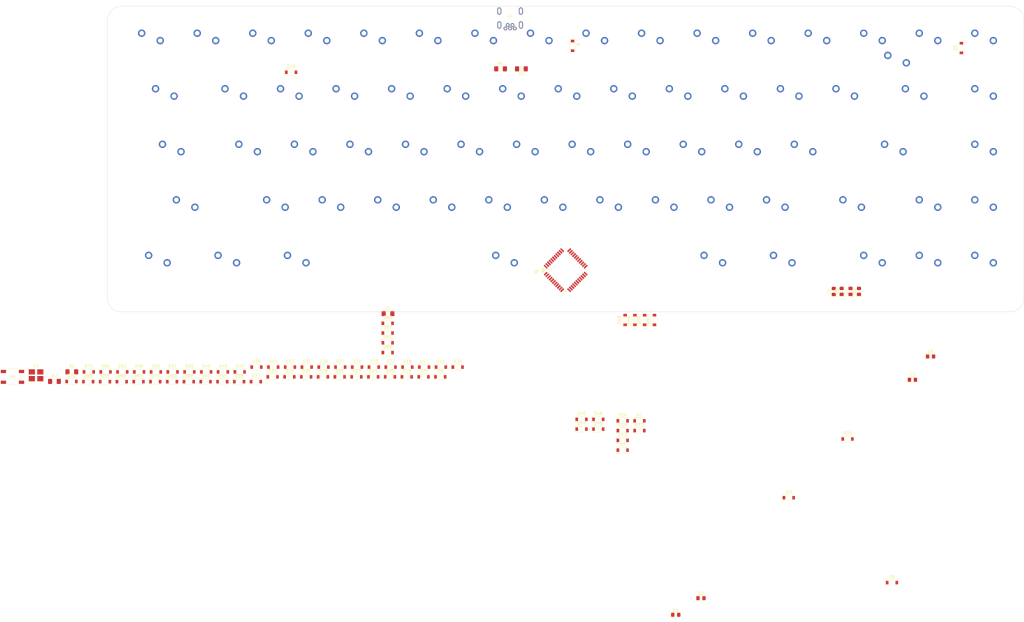
<source format=kicad_pcb>
(kicad_pcb (version 20171130) (host pcbnew "(5.1.4)-1")
  (layers (0 F.Cu signal) (31 B.Cu signal) (34 B.Paste user) (35 F.Paste user) (36 B.SilkS user) (37 F.SilkS user) (38 B.Mask user) (39 F.Mask user) (44 Edge.Cuts user))
  (net 0 "")
  (net 1 GND)
  (net 2 +5V)
  (net 3 "Net-(C5-Pad2)")
  (net 4 RST)
  (net 5 "Net-(C6-Pad1)")
  (net 6 "Net-(C7-Pad1)")
  (net 7 "Net-(C8-Pad1)")
  (net 8 "Net-(D1-Pad2)")
  (net 9 "Net-(D1-Pad1)")
  (net 10 "Net-(D2-Pad2)")
  (net 11 "Net-(D12-Pad1)")
  (net 12 "Net-(D3-Pad2)")
  (net 13 "Net-(D17-Pad1)")
  (net 14 "Net-(D4-Pad2)")
  (net 15 "Net-(D13-Pad1)")
  (net 16 "Net-(D5-Pad2)")
  (net 17 "Net-(D11-Pad2)")
  (net 18 "Net-(D12-Pad2)")
  (net 19 "Net-(D13-Pad2)")
  (net 20 "Net-(D14-Pad2)")
  (net 21 "Net-(D15-Pad2)")
  (net 22 "Net-(D16-Pad2)")
  (net 23 "Net-(D17-Pad2)")
  (net 24 "Net-(D18-Pad2)")
  (net 25 "Net-(D19-Pad2)")
  (net 26 "Net-(D20-Pad2)")
  (net 27 "Net-(D21-Pad2)")
  (net 28 "Net-(D22-Pad2)")
  (net 29 "Net-(D23-Pad2)")
  (net 30 "Net-(D24-Pad2)")
  (net 31 "Net-(D25-Pad2)")
  (net 32 "Net-(D26-Pad2)")
  (net 33 "Net-(D27-Pad2)")
  (net 34 "Net-(D28-Pad2)")
  (net 35 "Net-(D29-Pad2)")
  (net 36 "Net-(D30-Pad2)")
  (net 37 "Net-(D31-Pad2)")
  (net 38 "Net-(D32-Pad2)")
  (net 39 "Net-(D33-Pad2)")
  (net 40 "Net-(D34-Pad2)")
  (net 41 "Net-(D35-Pad2)")
  (net 42 "Net-(D36-Pad2)")
  (net 43 "Net-(D37-Pad2)")
  (net 44 "Net-(D38-Pad2)")
  (net 45 "Net-(D39-Pad2)")
  (net 46 "Net-(D40-Pad2)")
  (net 47 "Net-(D41-Pad2)")
  (net 48 "Net-(D42-Pad2)")
  (net 49 "Net-(D43-Pad2)")
  (net 50 "Net-(D44-Pad2)")
  (net 51 "Net-(D45-Pad2)")
  (net 52 "Net-(D46-Pad2)")
  (net 53 "Net-(D47-Pad2)")
  (net 54 "Net-(D48-Pad2)")
  (net 55 "Net-(D49-Pad2)")
  (net 56 "Net-(D50-Pad2)")
  (net 57 "Net-(D51-Pad2)")
  (net 58 "Net-(D52-Pad2)")
  (net 59 "Net-(D53-Pad2)")
  (net 60 "Net-(D55-Pad2)")
  (net 61 "Net-(D56-Pad2)")
  (net 62 "Net-(D57-Pad2)")
  (net 63 "Net-(D58-Pad2)")
  (net 64 "Net-(D59-Pad2)")
  (net 65 "Net-(D60-Pad2)")
  (net 66 "Net-(D61-Pad2)")
  (net 67 "Net-(D62-Pad2)")
  (net 68 "Net-(D63-Pad2)")
  (net 69 "Net-(D64-Pad2)")
  (net 70 "Net-(D65-Pad2)")
  (net 71 "Net-(D66-Pad2)")
  (net 72 "Net-(D67-Pad2)")
  (net 73 "Net-(D68-Pad2)")
  (net 74 "Net-(D69-Pad2)")
  (net 75 "Net-(D70-Pad2)")
  (net 76 "Net-(D71-Pad2)")
  (net 77 "Net-(D90-Pad2)")
  (net 78 "Net-(J1-Pad6)")
  (net 79 "Net-(J1-Pad4)")
  (net 80 D-)
  (net 81 D+)
  (net 82 "Net-(R3-Pad1)")
  (net 83 "Net-(R4-Pad1)")
  (net 84 "Net-(R5-Pad2)")
  (net 85 COL15)
  (net 86 COL1)
  (net 87 COL2)
  (net 88 COL3)
  (net 89 COL4)
  (net 90 "Net-(SW28-Pad1)")
  (net 91 COL6)
  (net 92 COL7)
  (net 93 COL8)
  (net 94 COL9)
  (net 95 COL10)
  (net 96 COL11)
  (net 97 COL12)
  (net 98 COL13)
  (net 99 COL14)
  (net 100 "Net-(U1-Pad42)")
  (net 101 COL5)
  (net 102 "Net-(U1-Pad22)")
  (net 103 "Net-(U1-Pad21)")
  (net 104 "Net-(U1-Pad20)")
  (net 105 "Net-(U1-Pad19)")
  (net 106 "Net-(U1-Pad18)")
  (net 107 "Net-(U1-Pad12)")
  (net 108 "Net-(U1-Pad11)")
  (net 109 "Net-(U1-Pad10)")
  (net 110 "Net-(U1-Pad9)")
  (net 111 "Net-(U1-Pad8)")
  (net 112 "Net-(U1-Pad1)")
  (net 113 "Net-(D6-Pad2)")
  (net 114 "Net-(D8-Pad2)")
  (net 115 "Net-(D9-Pad2)")
  (net 116 COL16)
  (net 117 "Net-(D10-Pad1)")
  (net 118 "Net-(D10-Pad2)")
  (module acheron_MX:MX125 (layer F.Cu) (at 66.675 -35.71875)
    (fp_text reference SW55)
    (fp_text value Win)
    (pad "" np_thru_hole circle (at -5.08 0) (size 1.7018 1.7018) (drill 1.7018) (layers *.Cu *.Mask))
    (pad "" np_thru_hole circle (at 5.08 0) (size 1.7018 1.7018) (drill 1.7018) (layers *.Cu *.Mask))
    (pad 1 thru_hole circle (at -2.54 -5.08) (size 2.54 2.54) (drill 1.524) (layers *.Cu *.Mask) (net 87 COL2))
    (pad 2 thru_hole circle (at 3.81 -2.54) (size 2.54 2.54) (drill 1.524) (layers *.Cu *.Mask) (net 118 "Net-(D10-Pad2)"))
    (pad "" np_thru_hole circle (at 0 0) (size 3.9878 3.9878) (drill 3.9878) (layers *.Cu *.Mask))
  )
  (module Diode_SMD:D_SOD-123 (layer F.Cu) (at 89.197501 -103.599999)
    (fp_text reference D10 (at 0 -2) (layer F.SilkS))
    (fp_text value 1N4148W)
    (pad 2 smd rect (at 1.65 0) (size 0.9 1.2) (layers F.Cu F.Paste F.Mask) (net 118 "Net-(D10-Pad2)"))
    (pad 1 smd rect (at -1.65 0) (size 0.9 1.2) (layers F.Cu F.Paste F.Mask) (net 117 "Net-(D10-Pad1)"))
  )
  (module acheron_MX:MX100 (layer F.Cu) (at 326.23125 -111.91875)
    (fp_text reference SW11)
    (fp_text value PgUp)
    (pad 2 thru_hole circle (at 3.81 -2.54 90) (size 2.54 2.54) (drill 1.525) (layers *.Cu *.Mask) (net 115 "Net-(D9-Pad2)"))
    (pad 1 thru_hole circle (at -2.54 -5.08) (size 2.54 2.54) (drill 1.525) (layers *.Cu *.Mask) (net 116 COL16))
    (pad "" np_thru_hole circle (at -5.08 0) (size 1.7018 1.7018) (drill 1.7018) (layers *.Cu *.Mask))
    (pad "" np_thru_hole circle (at 5.08 0) (size 1.7018 1.7018) (drill 1.7018) (layers *.Cu *.Mask))
    (pad "" np_thru_hole circle (at 0 0) (size 3.9878 3.9878) (drill 3.9878) (layers *.Cu *.Mask))
  )
  (module Diode_SMD:D_SOD-123 (layer F.Cu) (at 319.0875 -111.91875 90)
    (fp_text reference D9 (at 0 -2 90) (layer F.SilkS))
    (fp_text value 1N4148W)
    (pad 2 smd rect (at 1.65 0 90) (size 0.9 1.2) (layers F.Cu F.Paste F.Mask) (net 115 "Net-(D9-Pad2)"))
    (pad 1 smd rect (at -1.65 0 90) (size 0.9 1.2) (layers F.Cu F.Paste F.Mask) (net 9 "Net-(D1-Pad1)"))
  )
  (module Diode_SMD:D_SOD-123 (layer F.Cu) (at 185.7375 -112.65 270)
    (fp_text reference D8 (at 0 -2 90) (layer F.SilkS))
    (fp_text value 1N4148W)
    (pad 2 smd rect (at 1.65 0 270) (size 0.9 1.2) (layers F.Cu F.Paste F.Mask) (net 114 "Net-(D8-Pad2)"))
    (pad 1 smd rect (at -1.65 0 270) (size 0.9 1.2) (layers F.Cu F.Paste F.Mask) (net 94 COL9))
  )
  (module acheron_MX:MX100 (layer F.Cu) (at 307.18125 -111.91875)
    (fp_text reference SW68)
    (fp_text value "Back Space")
    (pad 2 thru_hole circle (at 3.81 -2.54 90) (size 2.54 2.54) (drill 1.525) (layers *.Cu *.Mask) (net 72 "Net-(D67-Pad2)"))
    (pad 1 thru_hole circle (at -2.54 -5.08) (size 2.54 2.54) (drill 1.525) (layers *.Cu *.Mask) (net 85 COL15))
    (pad "" np_thru_hole circle (at -5.08 0) (size 1.7018 1.7018) (drill 1.7018) (layers *.Cu *.Mask))
    (pad "" np_thru_hole circle (at 5.08 0) (size 1.7018 1.7018) (drill 1.7018) (layers *.Cu *.Mask))
    (pad "" np_thru_hole circle (at 0 0) (size 3.9878 3.9878) (drill 3.9878) (layers *.Cu *.Mask))
  )
  (module acheron_MX:MX200 (layer F.Cu) (at 297.65625 -111.91875 180)
    (fp_text reference SW7)
    (fp_text value "Back Space 2u")
    (pad "" np_thru_hole circle (at -11.938 8.255 180) (size 3.9878 3.9878) (drill 3.9878) (layers *.Cu *.Mask))
    (pad "" np_thru_hole circle (at 11.938 8.255 180) (size 3.9878 3.9878) (drill 3.9878) (layers *.Cu *.Mask))
    (pad "" np_thru_hole circle (at 11.938 -6.985 180) (size 3.048 3.048) (drill 3.048) (layers *.Cu *.Mask))
    (pad "" np_thru_hole circle (at -11.938 -6.985 180) (size 3.048 3.048) (drill 3.048) (layers *.Cu *.Mask))
    (pad "" np_thru_hole circle (at -5.08 0 180) (size 1.7018 1.7018) (drill 1.7018) (layers *.Cu *.Mask))
    (pad "" np_thru_hole circle (at 5.08 0 180) (size 1.7018 1.7018) (drill 1.7018) (layers *.Cu *.Mask))
    (pad 1 thru_hole circle (at -2.54 -5.08 180) (size 2.54 2.54) (drill 1.524) (layers *.Cu *.Mask) (net 99 COL14))
    (pad 2 thru_hole circle (at 3.81 -2.54 180) (size 2.54 2.54) (drill 1.524) (layers *.Cu *.Mask) (net 113 "Net-(D6-Pad2)"))
    (pad "" np_thru_hole circle (at 0 0 180) (size 3.9878 3.9878) (drill 3.9878) (layers *.Cu *.Mask))
  )
  (module Diode_SMD:D_SOD-123 (layer F.Cu) (at 295.275 71.4375)
    (fp_text reference D6 (at 0 -2) (layer F.SilkS))
    (fp_text value 1N4148W)
    (pad 2 smd rect (at 1.65 0) (size 0.9 1.2) (layers F.Cu F.Paste F.Mask) (net 113 "Net-(D6-Pad2)"))
    (pad 1 smd rect (at -1.65 0) (size 0.9 1.2) (layers F.Cu F.Paste F.Mask) (net 9 "Net-(D1-Pad1)"))
  )
  (module Crystal:Crystal_SMD_3225-4Pin_3.2x2.5mm_HandSoldering (layer F.Cu) (at 1.725001 0.318751)
    (fp_text reference Y1 (at 0 -3.05) (layer F.SilkS))
    (fp_text value 16mhz)
    (pad 4 smd rect (at -1.45 -1.15) (size 2.1 1.8) (layers F.Cu F.Paste F.Mask) (net 1 GND))
    (pad 3 smd rect (at 1.45 -1.15) (size 2.1 1.8) (layers F.Cu F.Paste F.Mask) (net 6 "Net-(C7-Pad1)"))
    (pad 2 smd rect (at 1.45 1.15) (size 2.1 1.8) (layers F.Cu F.Paste F.Mask) (net 1 GND))
    (pad 1 smd rect (at -1.45 1.15) (size 2.1 1.8) (layers F.Cu F.Paste F.Mask) (net 5 "Net-(C6-Pad1)"))
  )
  (module acheron_Components:TQPF-44_10x10mm_P0.8mm (layer F.Cu) (at 183.35625 -35.71875 45)
    (fp_text reference U1 (at -7.4 -6.8 45) (layer F.SilkS) (effects (font (size 0.8 0.8) (thickness 0.2))))
    (fp_text value ATmega32U4-AU)
    (pad 44 smd trapezoid (at -4 -5.7 135) (size 1.5 0.5) (layers F.Cu F.Paste F.Mask) (net 2 +5V))
    (pad 43 smd trapezoid (at -3.2 -5.7 135) (size 1.5 0.55) (layers F.Cu F.Paste F.Mask) (net 1 GND))
    (pad 42 smd trapezoid (at -2.4 -5.7 135) (size 1.5 0.55) (layers F.Cu F.Paste F.Mask) (net 100 "Net-(U1-Pad42)"))
    (pad 41 smd trapezoid (at -1.6 -5.7 135) (size 1.5 0.55) (layers F.Cu F.Paste F.Mask) (net 99 COL14))
    (pad 40 smd trapezoid (at -0.8 -5.7 135) (size 1.5 0.55) (layers F.Cu F.Paste F.Mask) (net 98 COL13))
    (pad 39 smd trapezoid (at 0 -5.7 135) (size 1.5 0.55) (layers F.Cu F.Paste F.Mask) (net 97 COL12))
    (pad 38 smd trapezoid (at 0.8 -5.7 135) (size 1.5 0.55) (layers F.Cu F.Paste F.Mask) (net 96 COL11))
    (pad 37 smd trapezoid (at 1.6 -5.7 135) (size 1.5 0.55) (layers F.Cu F.Paste F.Mask) (net 95 COL10))
    (pad 36 smd trapezoid (at 2.4 -5.7 135) (size 1.5 0.55) (layers F.Cu F.Paste F.Mask) (net 94 COL9))
    (pad 35 smd trapezoid (at 3.2 -5.7 135) (size 1.5 0.55) (layers F.Cu F.Paste F.Mask) (net 1 GND))
    (pad 34 smd trapezoid (at 4 -5.7 135) (size 1.5 0.55) (layers F.Cu F.Paste F.Mask) (net 2 +5V))
    (pad 33 smd trapezoid (at 5.7 -4 45) (size 1.5 0.55) (layers F.Cu F.Paste F.Mask) (net 84 "Net-(R5-Pad2)"))
    (pad 32 smd trapezoid (at 5.7 -3.2 45) (size 1.5 0.55) (layers F.Cu F.Paste F.Mask) (net 93 COL8))
    (pad 31 smd trapezoid (at 5.7 -2.4 45) (size 1.5 0.55) (layers F.Cu F.Paste F.Mask) (net 92 COL7))
    (pad 30 smd trapezoid (at 5.7 -1.6 45) (size 1.5 0.55) (layers F.Cu F.Paste F.Mask) (net 91 COL6))
    (pad 29 smd trapezoid (at 5.7 -0.8 45) (size 1.5 0.55) (layers F.Cu F.Paste F.Mask) (net 101 COL5))
    (pad 28 smd trapezoid (at 5.7 0 45) (size 1.5 0.55) (layers F.Cu F.Paste F.Mask) (net 89 COL4))
    (pad 27 smd trapezoid (at 5.7 0.8 45) (size 1.5 0.55) (layers F.Cu F.Paste F.Mask) (net 88 COL3))
    (pad 26 smd trapezoid (at 5.7 1.6 45) (size 1.5 0.55) (layers F.Cu F.Paste F.Mask) (net 87 COL2))
    (pad 25 smd trapezoid (at 5.7 2.4 45) (size 1.5 0.55) (layers F.Cu F.Paste F.Mask) (net 86 COL1))
    (pad 24 smd trapezoid (at 5.7 3.2 45) (size 1.5 0.55) (layers F.Cu F.Paste F.Mask) (net 2 +5V))
    (pad 23 smd trapezoid (at 5.7 4 45) (size 1.5 0.55) (layers F.Cu F.Paste F.Mask) (net 1 GND))
    (pad 22 smd trapezoid (at 4 5.7 135) (size 1.5 0.55) (layers F.Cu F.Paste F.Mask) (net 102 "Net-(U1-Pad22)"))
    (pad 21 smd trapezoid (at 3.2 5.7 135) (size 1.5 0.55) (layers F.Cu F.Paste F.Mask) (net 103 "Net-(U1-Pad21)"))
    (pad 20 smd trapezoid (at 2.4 5.7 135) (size 1.5 0.55) (layers F.Cu F.Paste F.Mask) (net 104 "Net-(U1-Pad20)"))
    (pad 19 smd trapezoid (at 1.6 5.7 135) (size 1.5 0.55) (layers F.Cu F.Paste F.Mask) (net 105 "Net-(U1-Pad19)"))
    (pad 18 smd trapezoid (at 0.8 5.7 135) (size 1.5 0.55) (layers F.Cu F.Paste F.Mask) (net 106 "Net-(U1-Pad18)"))
    (pad 17 smd trapezoid (at 0 5.7 135) (size 1.5 0.55) (layers F.Cu F.Paste F.Mask) (net 5 "Net-(C6-Pad1)"))
    (pad 16 smd trapezoid (at -0.8 5.7 135) (size 1.5 0.55) (layers F.Cu F.Paste F.Mask) (net 6 "Net-(C7-Pad1)"))
    (pad 15 smd trapezoid (at -1.6 5.7 135) (size 1.5 0.55) (layers F.Cu F.Paste F.Mask) (net 1 GND))
    (pad 14 smd trapezoid (at -2.4 5.7 135) (size 1.5 0.55) (layers F.Cu F.Paste F.Mask) (net 2 +5V))
    (pad 13 smd trapezoid (at -3.2 5.7 135) (size 1.5 0.55) (layers F.Cu F.Paste F.Mask) (net 4 RST))
    (pad 12 smd trapezoid (at -4 5.7 135) (size 1.5 0.55) (layers F.Cu F.Paste F.Mask) (net 107 "Net-(U1-Pad12)"))
    (pad 11 smd trapezoid (at -5.7 4 45) (size 1.5 0.55) (layers F.Cu F.Paste F.Mask) (net 108 "Net-(U1-Pad11)"))
    (pad 10 smd trapezoid (at -5.7 3.2 45) (size 1.5 0.55) (layers F.Cu F.Paste F.Mask) (net 109 "Net-(U1-Pad10)"))
    (pad 9 smd trapezoid (at -5.7 2.4 45) (size 1.5 0.55) (layers F.Cu F.Paste F.Mask) (net 110 "Net-(U1-Pad9)"))
    (pad 8 smd trapezoid (at -5.7 1.6 45) (size 1.5 0.55) (layers F.Cu F.Paste F.Mask) (net 111 "Net-(U1-Pad8)"))
    (pad 7 smd trapezoid (at -5.7 0.8 45) (size 1.5 0.55) (layers F.Cu F.Paste F.Mask) (net 2 +5V))
    (pad 6 smd trapezoid (at -5.7 0 45) (size 1.5 0.55) (layers F.Cu F.Paste F.Mask) (net 7 "Net-(C8-Pad1)"))
    (pad 5 smd trapezoid (at -5.7 -0.8 45) (size 1.5 0.55) (layers F.Cu F.Paste F.Mask) (net 1 GND))
    (pad 4 smd trapezoid (at -5.7 -1.6 45) (size 1.5 0.55) (layers F.Cu F.Paste F.Mask) (net 83 "Net-(R4-Pad1)"))
    (pad 3 smd trapezoid (at -5.7 -2.4 45) (size 1.5 0.5) (layers F.Cu F.Paste F.Mask) (net 82 "Net-(R3-Pad1)"))
    (pad 2 smd trapezoid (at -5.7 -3.2 45) (size 1.5 0.5) (layers F.Cu F.Paste F.Mask) (net 2 +5V))
    (pad 1 smd oval (at -5.7 -4 45) (size 1.5 0.55) (layers F.Cu F.Paste F.Mask) (net 112 "Net-(U1-Pad1)"))
  )
  (module acheron_MX:MX175 (layer F.Cu) (at 47.625 -73.81875)
    (fp_text reference SW91)
    (fp_text value Caps)
    (pad "" np_thru_hole circle (at -5.08 0) (size 1.7018 1.7018) (drill 1.7018) (layers *.Cu *.Mask))
    (pad "" np_thru_hole circle (at 5.08 0) (size 1.7018 1.7018) (drill 1.7018) (layers *.Cu *.Mask))
    (pad 1 thru_hole circle (at -2.54 -5.08) (size 2.54 2.54) (drill 1.524) (layers *.Cu *.Mask) (net 86 COL1))
    (pad 2 thru_hole circle (at 3.81 -2.54) (size 2.54 2.54) (drill 1.524) (layers *.Cu *.Mask) (net 77 "Net-(D90-Pad2)"))
    (pad "" np_thru_hole circle (at 0 0) (size 3.9878 3.9878) (drill 3.9878) (layers *.Cu *.Mask))
  )
  (module acheron_MX:MX100 (layer F.Cu) (at 307.18125 -35.71875)
    (fp_text reference SW72)
    (fp_text value Down)
    (pad 2 thru_hole circle (at 3.81 -2.54 90) (size 2.54 2.54) (drill 1.525) (layers *.Cu *.Mask) (net 76 "Net-(D71-Pad2)"))
    (pad 1 thru_hole circle (at -2.54 -5.08) (size 2.54 2.54) (drill 1.525) (layers *.Cu *.Mask) (net 85 COL15))
    (pad "" np_thru_hole circle (at -5.08 0) (size 1.7018 1.7018) (drill 1.7018) (layers *.Cu *.Mask))
    (pad "" np_thru_hole circle (at 5.08 0) (size 1.7018 1.7018) (drill 1.7018) (layers *.Cu *.Mask))
    (pad "" np_thru_hole circle (at 0 0) (size 3.9878 3.9878) (drill 3.9878) (layers *.Cu *.Mask))
  )
  (module acheron_MX:MX100 (layer F.Cu) (at 307.18125 -54.76875)
    (fp_text reference SW71)
    (fp_text value UP)
    (pad 2 thru_hole circle (at 3.81 -2.54 90) (size 2.54 2.54) (drill 1.525) (layers *.Cu *.Mask) (net 75 "Net-(D70-Pad2)"))
    (pad 1 thru_hole circle (at -2.54 -5.08) (size 2.54 2.54) (drill 1.525) (layers *.Cu *.Mask) (net 85 COL15))
    (pad "" np_thru_hole circle (at -5.08 0) (size 1.7018 1.7018) (drill 1.7018) (layers *.Cu *.Mask))
    (pad "" np_thru_hole circle (at 5.08 0) (size 1.7018 1.7018) (drill 1.7018) (layers *.Cu *.Mask))
    (pad "" np_thru_hole circle (at 0 0) (size 3.9878 3.9878) (drill 3.9878) (layers *.Cu *.Mask))
  )
  (module acheron_MX:MX225 (layer F.Cu) (at 295.275 -73.81875)
    (fp_text reference SW70)
    (fp_text value Enter)
    (pad "" np_thru_hole circle (at -11.938 8.255) (size 3.9878 3.9878) (drill 3.9878) (layers *.Cu *.Mask))
    (pad "" np_thru_hole circle (at 11.938 8.255) (size 3.9878 3.9878) (drill 3.9878) (layers *.Cu *.Mask))
    (pad "" np_thru_hole circle (at 11.938 -6.985) (size 3.048 3.048) (drill 3.048) (layers *.Cu *.Mask))
    (pad "" np_thru_hole circle (at -11.938 -6.985) (size 3.048 3.048) (drill 3.048) (layers *.Cu *.Mask))
    (pad "" np_thru_hole circle (at -5.08 0) (size 1.7018 1.7018) (drill 1.7018) (layers *.Cu *.Mask))
    (pad "" np_thru_hole circle (at 5.08 0) (size 1.7018 1.7018) (drill 1.7018) (layers *.Cu *.Mask))
    (pad 1 thru_hole circle (at -2.54 -5.08) (size 2.54 2.54) (drill 1.524) (layers *.Cu *.Mask) (net 99 COL14))
    (pad 2 thru_hole circle (at 3.81 -2.54) (size 2.54 2.54) (drill 1.524) (layers *.Cu *.Mask) (net 74 "Net-(D69-Pad2)"))
    (pad "" np_thru_hole circle (at 0 0) (size 3.9878 3.9878) (drill 3.9878) (layers *.Cu *.Mask))
  )
  (module acheron_MX:MX150 (layer F.Cu) (at 302.41875 -92.86875)
    (fp_text reference SW69)
    (fp_text value \)
    (pad "" np_thru_hole circle (at -5.08 0) (size 1.7018 1.7018) (drill 1.7018) (layers *.Cu *.Mask))
    (pad "" np_thru_hole circle (at 5.08 0) (size 1.7018 1.7018) (drill 1.7018) (layers *.Cu *.Mask))
    (pad 1 thru_hole circle (at -2.54 -5.08) (size 2.54 2.54) (drill 1.524) (layers *.Cu *.Mask) (net 99 COL14))
    (pad 2 thru_hole circle (at 3.81 -2.54) (size 2.54 2.54) (drill 1.524) (layers *.Cu *.Mask) (net 73 "Net-(D68-Pad2)"))
    (pad "" np_thru_hole circle (at 0 0) (size 3.9878 3.9878) (drill 3.9878) (layers *.Cu *.Mask))
  )
  (module acheron_MX:MX100 (layer F.Cu) (at 288.13125 -35.71875)
    (fp_text reference SW67)
    (fp_text value Left)
    (pad 2 thru_hole circle (at 3.81 -2.54 90) (size 2.54 2.54) (drill 1.525) (layers *.Cu *.Mask) (net 71 "Net-(D66-Pad2)"))
    (pad 1 thru_hole circle (at -2.54 -5.08) (size 2.54 2.54) (drill 1.525) (layers *.Cu *.Mask) (net 99 COL14))
    (pad "" np_thru_hole circle (at -5.08 0) (size 1.7018 1.7018) (drill 1.7018) (layers *.Cu *.Mask))
    (pad "" np_thru_hole circle (at 5.08 0) (size 1.7018 1.7018) (drill 1.7018) (layers *.Cu *.Mask))
    (pad "" np_thru_hole circle (at 0 0) (size 3.9878 3.9878) (drill 3.9878) (layers *.Cu *.Mask))
  )
  (module acheron_MX:MX175 (layer F.Cu) (at 280.9875 -54.76875)
    (fp_text reference SW66)
    (fp_text value RShift)
    (pad "" np_thru_hole circle (at -5.08 0) (size 1.7018 1.7018) (drill 1.7018) (layers *.Cu *.Mask))
    (pad "" np_thru_hole circle (at 5.08 0) (size 1.7018 1.7018) (drill 1.7018) (layers *.Cu *.Mask))
    (pad 1 thru_hole circle (at -2.54 -5.08) (size 2.54 2.54) (drill 1.524) (layers *.Cu *.Mask) (net 99 COL14))
    (pad 2 thru_hole circle (at 3.81 -2.54) (size 2.54 2.54) (drill 1.524) (layers *.Cu *.Mask) (net 70 "Net-(D65-Pad2)"))
    (pad "" np_thru_hole circle (at 0 0) (size 3.9878 3.9878) (drill 3.9878) (layers *.Cu *.Mask))
  )
  (module acheron_MX:MX100 (layer F.Cu) (at 278.60625 -92.86875)
    (fp_text reference SW65)
    (fp_text value ])
    (pad 2 thru_hole circle (at 3.81 -2.54 90) (size 2.54 2.54) (drill 1.525) (layers *.Cu *.Mask) (net 69 "Net-(D64-Pad2)"))
    (pad 1 thru_hole circle (at -2.54 -5.08) (size 2.54 2.54) (drill 1.525) (layers *.Cu *.Mask) (net 98 COL13))
    (pad "" np_thru_hole circle (at -5.08 0) (size 1.7018 1.7018) (drill 1.7018) (layers *.Cu *.Mask))
    (pad "" np_thru_hole circle (at 5.08 0) (size 1.7018 1.7018) (drill 1.7018) (layers *.Cu *.Mask))
    (pad "" np_thru_hole circle (at 0 0) (size 3.9878 3.9878) (drill 3.9878) (layers *.Cu *.Mask))
  )
  (module acheron_MX:MX100 (layer F.Cu) (at 269.08125 -111.91875)
    (fp_text reference SW64)
    (fp_text value =)
    (pad 2 thru_hole circle (at 3.81 -2.54 90) (size 2.54 2.54) (drill 1.525) (layers *.Cu *.Mask) (net 68 "Net-(D63-Pad2)"))
    (pad 1 thru_hole circle (at -2.54 -5.08) (size 2.54 2.54) (drill 1.525) (layers *.Cu *.Mask) (net 98 COL13))
    (pad "" np_thru_hole circle (at -5.08 0) (size 1.7018 1.7018) (drill 1.7018) (layers *.Cu *.Mask))
    (pad "" np_thru_hole circle (at 5.08 0) (size 1.7018 1.7018) (drill 1.7018) (layers *.Cu *.Mask))
    (pad "" np_thru_hole circle (at 0 0) (size 3.9878 3.9878) (drill 3.9878) (layers *.Cu *.Mask))
  )
  (module acheron_MX:MX100 (layer F.Cu) (at 254.79375 -54.76875)
    (fp_text reference SW63)
    (fp_text value /)
    (pad 2 thru_hole circle (at 3.81 -2.54 90) (size 2.54 2.54) (drill 1.525) (layers *.Cu *.Mask) (net 67 "Net-(D62-Pad2)"))
    (pad 1 thru_hole circle (at -2.54 -5.08) (size 2.54 2.54) (drill 1.525) (layers *.Cu *.Mask) (net 97 COL12))
    (pad "" np_thru_hole circle (at -5.08 0) (size 1.7018 1.7018) (drill 1.7018) (layers *.Cu *.Mask))
    (pad "" np_thru_hole circle (at 5.08 0) (size 1.7018 1.7018) (drill 1.7018) (layers *.Cu *.Mask))
    (pad "" np_thru_hole circle (at 0 0) (size 3.9878 3.9878) (drill 3.9878) (layers *.Cu *.Mask))
  )
  (module acheron_MX:MX100 (layer F.Cu) (at 264.31875 -73.81875)
    (fp_text reference SW62)
    (fp_text value ')
    (pad 2 thru_hole circle (at 3.81 -2.54 90) (size 2.54 2.54) (drill 1.525) (layers *.Cu *.Mask) (net 66 "Net-(D61-Pad2)"))
    (pad 1 thru_hole circle (at -2.54 -5.08) (size 2.54 2.54) (drill 1.525) (layers *.Cu *.Mask) (net 97 COL12))
    (pad "" np_thru_hole circle (at -5.08 0) (size 1.7018 1.7018) (drill 1.7018) (layers *.Cu *.Mask))
    (pad "" np_thru_hole circle (at 5.08 0) (size 1.7018 1.7018) (drill 1.7018) (layers *.Cu *.Mask))
    (pad "" np_thru_hole circle (at 0 0) (size 3.9878 3.9878) (drill 3.9878) (layers *.Cu *.Mask))
  )
  (module acheron_MX:MX100 (layer F.Cu) (at 259.55625 -92.86875)
    (fp_text reference SW61)
    (fp_text value [)
    (pad 2 thru_hole circle (at 3.81 -2.54 90) (size 2.54 2.54) (drill 1.525) (layers *.Cu *.Mask) (net 65 "Net-(D60-Pad2)"))
    (pad 1 thru_hole circle (at -2.54 -5.08) (size 2.54 2.54) (drill 1.525) (layers *.Cu *.Mask) (net 97 COL12))
    (pad "" np_thru_hole circle (at -5.08 0) (size 1.7018 1.7018) (drill 1.7018) (layers *.Cu *.Mask))
    (pad "" np_thru_hole circle (at 5.08 0) (size 1.7018 1.7018) (drill 1.7018) (layers *.Cu *.Mask))
    (pad "" np_thru_hole circle (at 0 0) (size 3.9878 3.9878) (drill 3.9878) (layers *.Cu *.Mask))
  )
  (module acheron_MX:MX100 (layer F.Cu) (at 250.03125 -111.91875)
    (fp_text reference SW60)
    (fp_text value -)
    (pad 2 thru_hole circle (at 3.81 -2.54 90) (size 2.54 2.54) (drill 1.525) (layers *.Cu *.Mask) (net 64 "Net-(D59-Pad2)"))
    (pad 1 thru_hole circle (at -2.54 -5.08) (size 2.54 2.54) (drill 1.525) (layers *.Cu *.Mask) (net 97 COL12))
    (pad "" np_thru_hole circle (at -5.08 0) (size 1.7018 1.7018) (drill 1.7018) (layers *.Cu *.Mask))
    (pad "" np_thru_hole circle (at 5.08 0) (size 1.7018 1.7018) (drill 1.7018) (layers *.Cu *.Mask))
    (pad "" np_thru_hole circle (at 0 0) (size 3.9878 3.9878) (drill 3.9878) (layers *.Cu *.Mask))
  )
  (module acheron_MX:MX125 (layer F.Cu) (at 257.175 -35.71875)
    (fp_text reference SW59)
    (fp_text value "R Ctrl")
    (pad "" np_thru_hole circle (at -5.08 0) (size 1.7018 1.7018) (drill 1.7018) (layers *.Cu *.Mask))
    (pad "" np_thru_hole circle (at 5.08 0) (size 1.7018 1.7018) (drill 1.7018) (layers *.Cu *.Mask))
    (pad 1 thru_hole circle (at -2.54 -5.08) (size 2.54 2.54) (drill 1.524) (layers *.Cu *.Mask) (net 97 COL12))
    (pad 2 thru_hole circle (at 3.81 -2.54) (size 2.54 2.54) (drill 1.524) (layers *.Cu *.Mask) (net 63 "Net-(D58-Pad2)"))
    (pad "" np_thru_hole circle (at 0 0) (size 3.9878 3.9878) (drill 3.9878) (layers *.Cu *.Mask))
  )
  (module acheron_MX:MX100 (layer F.Cu) (at 235.74375 -54.76875)
    (fp_text reference SW58)
    (fp_text value .)
    (pad 2 thru_hole circle (at 3.81 -2.54 90) (size 2.54 2.54) (drill 1.525) (layers *.Cu *.Mask) (net 62 "Net-(D57-Pad2)"))
    (pad 1 thru_hole circle (at -2.54 -5.08) (size 2.54 2.54) (drill 1.525) (layers *.Cu *.Mask) (net 96 COL11))
    (pad "" np_thru_hole circle (at -5.08 0) (size 1.7018 1.7018) (drill 1.7018) (layers *.Cu *.Mask))
    (pad "" np_thru_hole circle (at 5.08 0) (size 1.7018 1.7018) (drill 1.7018) (layers *.Cu *.Mask))
    (pad "" np_thru_hole circle (at 0 0) (size 3.9878 3.9878) (drill 3.9878) (layers *.Cu *.Mask))
  )
  (module acheron_MX:MX100 (layer F.Cu) (at 240.50625 -92.86875)
    (fp_text reference SW57)
    (fp_text value P)
    (pad 2 thru_hole circle (at 3.81 -2.54 90) (size 2.54 2.54) (drill 1.525) (layers *.Cu *.Mask) (net 61 "Net-(D56-Pad2)"))
    (pad 1 thru_hole circle (at -2.54 -5.08) (size 2.54 2.54) (drill 1.525) (layers *.Cu *.Mask) (net 96 COL11))
    (pad "" np_thru_hole circle (at -5.08 0) (size 1.7018 1.7018) (drill 1.7018) (layers *.Cu *.Mask))
    (pad "" np_thru_hole circle (at 5.08 0) (size 1.7018 1.7018) (drill 1.7018) (layers *.Cu *.Mask))
    (pad "" np_thru_hole circle (at 0 0) (size 3.9878 3.9878) (drill 3.9878) (layers *.Cu *.Mask))
  )
  (module acheron_MX:MX100 (layer F.Cu) (at 230.98125 -111.91875)
    (fp_text reference SW56)
    (fp_text value 0)
    (pad 2 thru_hole circle (at 3.81 -2.54 90) (size 2.54 2.54) (drill 1.525) (layers *.Cu *.Mask) (net 60 "Net-(D55-Pad2)"))
    (pad 1 thru_hole circle (at -2.54 -5.08) (size 2.54 2.54) (drill 1.525) (layers *.Cu *.Mask) (net 96 COL11))
    (pad "" np_thru_hole circle (at -5.08 0) (size 1.7018 1.7018) (drill 1.7018) (layers *.Cu *.Mask))
    (pad "" np_thru_hole circle (at 5.08 0) (size 1.7018 1.7018) (drill 1.7018) (layers *.Cu *.Mask))
    (pad "" np_thru_hole circle (at 0 0) (size 3.9878 3.9878) (drill 3.9878) (layers *.Cu *.Mask))
  )
  (module acheron_MX:MX100 (layer F.Cu) (at 245.26875 -73.81875)
    (fp_text reference SW54)
    (fp_text value ;)
    (pad 2 thru_hole circle (at 3.81 -2.54 90) (size 2.54 2.54) (drill 1.525) (layers *.Cu *.Mask) (net 59 "Net-(D53-Pad2)"))
    (pad 1 thru_hole circle (at -2.54 -5.08) (size 2.54 2.54) (drill 1.525) (layers *.Cu *.Mask) (net 96 COL11))
    (pad "" np_thru_hole circle (at -5.08 0) (size 1.7018 1.7018) (drill 1.7018) (layers *.Cu *.Mask))
    (pad "" np_thru_hole circle (at 5.08 0) (size 1.7018 1.7018) (drill 1.7018) (layers *.Cu *.Mask))
    (pad "" np_thru_hole circle (at 0 0) (size 3.9878 3.9878) (drill 3.9878) (layers *.Cu *.Mask))
  )
  (module acheron_MX:MX125 (layer F.Cu) (at 233.3625 -35.71875)
    (fp_text reference SW53)
    (fp_text value AltGr)
    (pad "" np_thru_hole circle (at -5.08 0) (size 1.7018 1.7018) (drill 1.7018) (layers *.Cu *.Mask))
    (pad "" np_thru_hole circle (at 5.08 0) (size 1.7018 1.7018) (drill 1.7018) (layers *.Cu *.Mask))
    (pad 1 thru_hole circle (at -2.54 -5.08) (size 2.54 2.54) (drill 1.524) (layers *.Cu *.Mask) (net 95 COL10))
    (pad 2 thru_hole circle (at 3.81 -2.54) (size 2.54 2.54) (drill 1.524) (layers *.Cu *.Mask) (net 58 "Net-(D52-Pad2)"))
    (pad "" np_thru_hole circle (at 0 0) (size 3.9878 3.9878) (drill 3.9878) (layers *.Cu *.Mask))
  )
  (module acheron_MX:MX100 (layer F.Cu) (at 216.69375 -54.76875)
    (fp_text reference SW52)
    (fp_text value ,)
    (pad 2 thru_hole circle (at 3.81 -2.54 90) (size 2.54 2.54) (drill 1.525) (layers *.Cu *.Mask) (net 57 "Net-(D51-Pad2)"))
    (pad 1 thru_hole circle (at -2.54 -5.08) (size 2.54 2.54) (drill 1.525) (layers *.Cu *.Mask) (net 95 COL10))
    (pad "" np_thru_hole circle (at -5.08 0) (size 1.7018 1.7018) (drill 1.7018) (layers *.Cu *.Mask))
    (pad "" np_thru_hole circle (at 5.08 0) (size 1.7018 1.7018) (drill 1.7018) (layers *.Cu *.Mask))
    (pad "" np_thru_hole circle (at 0 0) (size 3.9878 3.9878) (drill 3.9878) (layers *.Cu *.Mask))
  )
  (module acheron_MX:MX100 (layer F.Cu) (at 226.21875 -73.81875)
    (fp_text reference SW51)
    (fp_text value L)
    (pad 2 thru_hole circle (at 3.81 -2.54 90) (size 2.54 2.54) (drill 1.525) (layers *.Cu *.Mask) (net 56 "Net-(D50-Pad2)"))
    (pad 1 thru_hole circle (at -2.54 -5.08) (size 2.54 2.54) (drill 1.525) (layers *.Cu *.Mask) (net 95 COL10))
    (pad "" np_thru_hole circle (at -5.08 0) (size 1.7018 1.7018) (drill 1.7018) (layers *.Cu *.Mask))
    (pad "" np_thru_hole circle (at 5.08 0) (size 1.7018 1.7018) (drill 1.7018) (layers *.Cu *.Mask))
    (pad "" np_thru_hole circle (at 0 0) (size 3.9878 3.9878) (drill 3.9878) (layers *.Cu *.Mask))
  )
  (module acheron_MX:MX100 (layer F.Cu) (at 221.45625 -92.86875)
    (fp_text reference SW50)
    (fp_text value O)
    (pad 2 thru_hole circle (at 3.81 -2.54 90) (size 2.54 2.54) (drill 1.525) (layers *.Cu *.Mask) (net 55 "Net-(D49-Pad2)"))
    (pad 1 thru_hole circle (at -2.54 -5.08) (size 2.54 2.54) (drill 1.525) (layers *.Cu *.Mask) (net 95 COL10))
    (pad "" np_thru_hole circle (at -5.08 0) (size 1.7018 1.7018) (drill 1.7018) (layers *.Cu *.Mask))
    (pad "" np_thru_hole circle (at 5.08 0) (size 1.7018 1.7018) (drill 1.7018) (layers *.Cu *.Mask))
    (pad "" np_thru_hole circle (at 0 0) (size 3.9878 3.9878) (drill 3.9878) (layers *.Cu *.Mask))
  )
  (module acheron_MX:MX100 (layer F.Cu) (at 211.93125 -111.91875)
    (fp_text reference SW49)
    (fp_text value 9)
    (pad 2 thru_hole circle (at 3.81 -2.54 90) (size 2.54 2.54) (drill 1.525) (layers *.Cu *.Mask) (net 54 "Net-(D48-Pad2)"))
    (pad 1 thru_hole circle (at -2.54 -5.08) (size 2.54 2.54) (drill 1.525) (layers *.Cu *.Mask) (net 95 COL10))
    (pad "" np_thru_hole circle (at -5.08 0) (size 1.7018 1.7018) (drill 1.7018) (layers *.Cu *.Mask))
    (pad "" np_thru_hole circle (at 5.08 0) (size 1.7018 1.7018) (drill 1.7018) (layers *.Cu *.Mask))
    (pad "" np_thru_hole circle (at 0 0) (size 3.9878 3.9878) (drill 3.9878) (layers *.Cu *.Mask))
  )
  (module acheron_MX:MX100 (layer F.Cu) (at 197.64375 -54.76875)
    (fp_text reference SW48)
    (fp_text value M)
    (pad 2 thru_hole circle (at 3.81 -2.54 90) (size 2.54 2.54) (drill 1.525) (layers *.Cu *.Mask) (net 53 "Net-(D47-Pad2)"))
    (pad 1 thru_hole circle (at -2.54 -5.08) (size 2.54 2.54) (drill 1.525) (layers *.Cu *.Mask) (net 94 COL9))
    (pad "" np_thru_hole circle (at -5.08 0) (size 1.7018 1.7018) (drill 1.7018) (layers *.Cu *.Mask))
    (pad "" np_thru_hole circle (at 5.08 0) (size 1.7018 1.7018) (drill 1.7018) (layers *.Cu *.Mask))
    (pad "" np_thru_hole circle (at 0 0) (size 3.9878 3.9878) (drill 3.9878) (layers *.Cu *.Mask))
  )
  (module acheron_MX:MX100 (layer F.Cu) (at 207.16875 -73.81875)
    (fp_text reference SW47)
    (fp_text value K)
    (pad 2 thru_hole circle (at 3.81 -2.54 90) (size 2.54 2.54) (drill 1.525) (layers *.Cu *.Mask) (net 52 "Net-(D46-Pad2)"))
    (pad 1 thru_hole circle (at -2.54 -5.08) (size 2.54 2.54) (drill 1.525) (layers *.Cu *.Mask) (net 94 COL9))
    (pad "" np_thru_hole circle (at -5.08 0) (size 1.7018 1.7018) (drill 1.7018) (layers *.Cu *.Mask))
    (pad "" np_thru_hole circle (at 5.08 0) (size 1.7018 1.7018) (drill 1.7018) (layers *.Cu *.Mask))
    (pad "" np_thru_hole circle (at 0 0) (size 3.9878 3.9878) (drill 3.9878) (layers *.Cu *.Mask))
  )
  (module acheron_MX:MX100 (layer F.Cu) (at 202.40625 -92.86875)
    (fp_text reference SW46)
    (fp_text value I)
    (pad 2 thru_hole circle (at 3.81 -2.54 90) (size 2.54 2.54) (drill 1.525) (layers *.Cu *.Mask) (net 51 "Net-(D45-Pad2)"))
    (pad 1 thru_hole circle (at -2.54 -5.08) (size 2.54 2.54) (drill 1.525) (layers *.Cu *.Mask) (net 94 COL9))
    (pad "" np_thru_hole circle (at -5.08 0) (size 1.7018 1.7018) (drill 1.7018) (layers *.Cu *.Mask))
    (pad "" np_thru_hole circle (at 5.08 0) (size 1.7018 1.7018) (drill 1.7018) (layers *.Cu *.Mask))
    (pad "" np_thru_hole circle (at 0 0) (size 3.9878 3.9878) (drill 3.9878) (layers *.Cu *.Mask))
  )
  (module acheron_MX:MX100 (layer F.Cu) (at 192.88125 -111.91875)
    (fp_text reference SW45)
    (fp_text value 8)
    (pad 2 thru_hole circle (at 3.81 -2.54 90) (size 2.54 2.54) (drill 1.525) (layers *.Cu *.Mask) (net 50 "Net-(D44-Pad2)"))
    (pad 1 thru_hole circle (at -2.54 -5.08) (size 2.54 2.54) (drill 1.525) (layers *.Cu *.Mask) (net 94 COL9))
    (pad "" np_thru_hole circle (at -5.08 0) (size 1.7018 1.7018) (drill 1.7018) (layers *.Cu *.Mask))
    (pad "" np_thru_hole circle (at 5.08 0) (size 1.7018 1.7018) (drill 1.7018) (layers *.Cu *.Mask))
    (pad "" np_thru_hole circle (at 0 0) (size 3.9878 3.9878) (drill 3.9878) (layers *.Cu *.Mask))
  )
  (module acheron_MX:MX100 (layer F.Cu) (at 178.59375 -54.76875)
    (fp_text reference SW44)
    (fp_text value N)
    (pad 2 thru_hole circle (at 3.81 -2.54 90) (size 2.54 2.54) (drill 1.525) (layers *.Cu *.Mask) (net 49 "Net-(D43-Pad2)"))
    (pad 1 thru_hole circle (at -2.54 -5.08) (size 2.54 2.54) (drill 1.525) (layers *.Cu *.Mask) (net 93 COL8))
    (pad "" np_thru_hole circle (at -5.08 0) (size 1.7018 1.7018) (drill 1.7018) (layers *.Cu *.Mask))
    (pad "" np_thru_hole circle (at 5.08 0) (size 1.7018 1.7018) (drill 1.7018) (layers *.Cu *.Mask))
    (pad "" np_thru_hole circle (at 0 0) (size 3.9878 3.9878) (drill 3.9878) (layers *.Cu *.Mask))
  )
  (module acheron_MX:MX100 (layer F.Cu) (at 188.11875 -73.81875)
    (fp_text reference SW43)
    (fp_text value J)
    (pad 2 thru_hole circle (at 3.81 -2.54 90) (size 2.54 2.54) (drill 1.525) (layers *.Cu *.Mask) (net 48 "Net-(D42-Pad2)"))
    (pad 1 thru_hole circle (at -2.54 -5.08) (size 2.54 2.54) (drill 1.525) (layers *.Cu *.Mask) (net 93 COL8))
    (pad "" np_thru_hole circle (at -5.08 0) (size 1.7018 1.7018) (drill 1.7018) (layers *.Cu *.Mask))
    (pad "" np_thru_hole circle (at 5.08 0) (size 1.7018 1.7018) (drill 1.7018) (layers *.Cu *.Mask))
    (pad "" np_thru_hole circle (at 0 0) (size 3.9878 3.9878) (drill 3.9878) (layers *.Cu *.Mask))
  )
  (module acheron_MX:MX100 (layer F.Cu) (at 183.35625 -92.86875)
    (fp_text reference SW42)
    (fp_text value U)
    (pad 2 thru_hole circle (at 3.81 -2.54 90) (size 2.54 2.54) (drill 1.525) (layers *.Cu *.Mask) (net 47 "Net-(D41-Pad2)"))
    (pad 1 thru_hole circle (at -2.54 -5.08) (size 2.54 2.54) (drill 1.525) (layers *.Cu *.Mask) (net 93 COL8))
    (pad "" np_thru_hole circle (at -5.08 0) (size 1.7018 1.7018) (drill 1.7018) (layers *.Cu *.Mask))
    (pad "" np_thru_hole circle (at 5.08 0) (size 1.7018 1.7018) (drill 1.7018) (layers *.Cu *.Mask))
    (pad "" np_thru_hole circle (at 0 0) (size 3.9878 3.9878) (drill 3.9878) (layers *.Cu *.Mask))
  )
  (module acheron_MX:MX100 (layer F.Cu) (at 173.83125 -111.91875)
    (fp_text reference SW41)
    (fp_text value 7)
    (pad 2 thru_hole circle (at 3.81 -2.54 90) (size 2.54 2.54) (drill 1.525) (layers *.Cu *.Mask) (net 46 "Net-(D40-Pad2)"))
    (pad 1 thru_hole circle (at -2.54 -5.08) (size 2.54 2.54) (drill 1.525) (layers *.Cu *.Mask) (net 93 COL8))
    (pad "" np_thru_hole circle (at -5.08 0) (size 1.7018 1.7018) (drill 1.7018) (layers *.Cu *.Mask))
    (pad "" np_thru_hole circle (at 5.08 0) (size 1.7018 1.7018) (drill 1.7018) (layers *.Cu *.Mask))
    (pad "" np_thru_hole circle (at 0 0) (size 3.9878 3.9878) (drill 3.9878) (layers *.Cu *.Mask))
  )
  (module acheron_MX:MX625 (layer F.Cu) (at 161.925 -35.71875)
    (fp_text reference SW40)
    (fp_text value Space)
    (pad "" np_thru_hole circle (at 50.038 8.255 180) (size 3.9878 3.9878) (drill 3.9878) (layers *.Cu *.Mask))
    (pad "" np_thru_hole circle (at -50.038 8.255 180) (size 3.9878 3.9878) (drill 3.9878) (layers *.Cu *.Mask))
    (pad "" np_thru_hole circle (at -50.038 -6.985 180) (size 3.048 3.048) (drill 3.048) (layers *.Cu *.Mask))
    (pad "" np_thru_hole circle (at 50.038 -6.985 180) (size 3.048 3.048) (drill 3.048) (layers *.Cu *.Mask))
    (pad "" np_thru_hole circle (at -5.08 0) (size 1.7018 1.7018) (drill 1.7018) (layers *.Cu *.Mask))
    (pad "" np_thru_hole circle (at 5.08 0) (size 1.7018 1.7018) (drill 1.7018) (layers *.Cu *.Mask))
    (pad 1 thru_hole circle (at -2.54 -5.08) (size 2.54 2.54) (drill 1.524) (layers *.Cu *.Mask) (net 92 COL7))
    (pad 2 thru_hole circle (at 3.81 -2.54) (size 2.54 2.54) (drill 1.524) (layers *.Cu *.Mask) (net 45 "Net-(D39-Pad2)"))
    (pad "" np_thru_hole circle (at 0 0) (size 3.9878 3.9878) (drill 3.9878) (layers *.Cu *.Mask))
  )
  (module acheron_MX:MX100 (layer F.Cu) (at 159.54375 -54.76875)
    (fp_text reference SW39)
    (fp_text value B)
    (pad 2 thru_hole circle (at 3.81 -2.54 90) (size 2.54 2.54) (drill 1.525) (layers *.Cu *.Mask) (net 44 "Net-(D38-Pad2)"))
    (pad 1 thru_hole circle (at -2.54 -5.08) (size 2.54 2.54) (drill 1.525) (layers *.Cu *.Mask) (net 92 COL7))
    (pad "" np_thru_hole circle (at -5.08 0) (size 1.7018 1.7018) (drill 1.7018) (layers *.Cu *.Mask))
    (pad "" np_thru_hole circle (at 5.08 0) (size 1.7018 1.7018) (drill 1.7018) (layers *.Cu *.Mask))
    (pad "" np_thru_hole circle (at 0 0) (size 3.9878 3.9878) (drill 3.9878) (layers *.Cu *.Mask))
  )
  (module acheron_MX:MX100 (layer F.Cu) (at 169.06875 -73.81875)
    (fp_text reference SW38)
    (fp_text value H)
    (pad 2 thru_hole circle (at 3.81 -2.54 90) (size 2.54 2.54) (drill 1.525) (layers *.Cu *.Mask) (net 43 "Net-(D37-Pad2)"))
    (pad 1 thru_hole circle (at -2.54 -5.08) (size 2.54 2.54) (drill 1.525) (layers *.Cu *.Mask) (net 92 COL7))
    (pad "" np_thru_hole circle (at -5.08 0) (size 1.7018 1.7018) (drill 1.7018) (layers *.Cu *.Mask))
    (pad "" np_thru_hole circle (at 5.08 0) (size 1.7018 1.7018) (drill 1.7018) (layers *.Cu *.Mask))
    (pad "" np_thru_hole circle (at 0 0) (size 3.9878 3.9878) (drill 3.9878) (layers *.Cu *.Mask))
  )
  (module acheron_MX:MX100 (layer F.Cu) (at 164.30625 -92.86875)
    (fp_text reference SW37)
    (fp_text value Y)
    (pad 2 thru_hole circle (at 3.81 -2.54 90) (size 2.54 2.54) (drill 1.525) (layers *.Cu *.Mask) (net 42 "Net-(D36-Pad2)"))
    (pad 1 thru_hole circle (at -2.54 -5.08) (size 2.54 2.54) (drill 1.525) (layers *.Cu *.Mask) (net 92 COL7))
    (pad "" np_thru_hole circle (at -5.08 0) (size 1.7018 1.7018) (drill 1.7018) (layers *.Cu *.Mask))
    (pad "" np_thru_hole circle (at 5.08 0) (size 1.7018 1.7018) (drill 1.7018) (layers *.Cu *.Mask))
    (pad "" np_thru_hole circle (at 0 0) (size 3.9878 3.9878) (drill 3.9878) (layers *.Cu *.Mask))
  )
  (module acheron_MX:MX100 (layer F.Cu) (at 154.78125 -111.91875)
    (fp_text reference SW36)
    (fp_text value 6)
    (pad 2 thru_hole circle (at 3.81 -2.54 90) (size 2.54 2.54) (drill 1.525) (layers *.Cu *.Mask) (net 41 "Net-(D35-Pad2)"))
    (pad 1 thru_hole circle (at -2.54 -5.08) (size 2.54 2.54) (drill 1.525) (layers *.Cu *.Mask) (net 92 COL7))
    (pad "" np_thru_hole circle (at -5.08 0) (size 1.7018 1.7018) (drill 1.7018) (layers *.Cu *.Mask))
    (pad "" np_thru_hole circle (at 5.08 0) (size 1.7018 1.7018) (drill 1.7018) (layers *.Cu *.Mask))
    (pad "" np_thru_hole circle (at 0 0) (size 3.9878 3.9878) (drill 3.9878) (layers *.Cu *.Mask))
  )
  (module acheron_MX:MX100 (layer F.Cu) (at 140.49375 -54.76875)
    (fp_text reference SW35)
    (fp_text value V)
    (pad 2 thru_hole circle (at 3.81 -2.54 90) (size 2.54 2.54) (drill 1.525) (layers *.Cu *.Mask) (net 40 "Net-(D34-Pad2)"))
    (pad 1 thru_hole circle (at -2.54 -5.08) (size 2.54 2.54) (drill 1.525) (layers *.Cu *.Mask) (net 91 COL6))
    (pad "" np_thru_hole circle (at -5.08 0) (size 1.7018 1.7018) (drill 1.7018) (layers *.Cu *.Mask))
    (pad "" np_thru_hole circle (at 5.08 0) (size 1.7018 1.7018) (drill 1.7018) (layers *.Cu *.Mask))
    (pad "" np_thru_hole circle (at 0 0) (size 3.9878 3.9878) (drill 3.9878) (layers *.Cu *.Mask))
  )
  (module acheron_MX:MX100 (layer F.Cu) (at 150.01875 -73.81875)
    (fp_text reference SW34)
    (fp_text value G)
    (pad 2 thru_hole circle (at 3.81 -2.54 90) (size 2.54 2.54) (drill 1.525) (layers *.Cu *.Mask) (net 39 "Net-(D33-Pad2)"))
    (pad 1 thru_hole circle (at -2.54 -5.08) (size 2.54 2.54) (drill 1.525) (layers *.Cu *.Mask) (net 91 COL6))
    (pad "" np_thru_hole circle (at -5.08 0) (size 1.7018 1.7018) (drill 1.7018) (layers *.Cu *.Mask))
    (pad "" np_thru_hole circle (at 5.08 0) (size 1.7018 1.7018) (drill 1.7018) (layers *.Cu *.Mask))
    (pad "" np_thru_hole circle (at 0 0) (size 3.9878 3.9878) (drill 3.9878) (layers *.Cu *.Mask))
  )
  (module acheron_MX:MX100 (layer F.Cu) (at 145.25625 -92.86875)
    (fp_text reference SW33)
    (fp_text value T)
    (pad 2 thru_hole circle (at 3.81 -2.54 90) (size 2.54 2.54) (drill 1.525) (layers *.Cu *.Mask) (net 38 "Net-(D32-Pad2)"))
    (pad 1 thru_hole circle (at -2.54 -5.08) (size 2.54 2.54) (drill 1.525) (layers *.Cu *.Mask) (net 91 COL6))
    (pad "" np_thru_hole circle (at -5.08 0) (size 1.7018 1.7018) (drill 1.7018) (layers *.Cu *.Mask))
    (pad "" np_thru_hole circle (at 5.08 0) (size 1.7018 1.7018) (drill 1.7018) (layers *.Cu *.Mask))
    (pad "" np_thru_hole circle (at 0 0) (size 3.9878 3.9878) (drill 3.9878) (layers *.Cu *.Mask))
  )
  (module acheron_MX:MX100 (layer F.Cu) (at 135.73125 -111.91875)
    (fp_text reference SW32)
    (fp_text value 5)
    (pad 2 thru_hole circle (at 3.81 -2.54 90) (size 2.54 2.54) (drill 1.525) (layers *.Cu *.Mask) (net 37 "Net-(D31-Pad2)"))
    (pad 1 thru_hole circle (at -2.54 -5.08) (size 2.54 2.54) (drill 1.525) (layers *.Cu *.Mask) (net 91 COL6))
    (pad "" np_thru_hole circle (at -5.08 0) (size 1.7018 1.7018) (drill 1.7018) (layers *.Cu *.Mask))
    (pad "" np_thru_hole circle (at 5.08 0) (size 1.7018 1.7018) (drill 1.7018) (layers *.Cu *.Mask))
    (pad "" np_thru_hole circle (at 0 0) (size 3.9878 3.9878) (drill 3.9878) (layers *.Cu *.Mask))
  )
  (module acheron_MX:MX100 (layer F.Cu) (at 121.44375 -54.76875)
    (fp_text reference SW31)
    (fp_text value C)
    (pad 2 thru_hole circle (at 3.81 -2.54 90) (size 2.54 2.54) (drill 1.525) (layers *.Cu *.Mask) (net 36 "Net-(D30-Pad2)"))
    (pad 1 thru_hole circle (at -2.54 -5.08) (size 2.54 2.54) (drill 1.525) (layers *.Cu *.Mask) (net 90 "Net-(SW28-Pad1)"))
    (pad "" np_thru_hole circle (at -5.08 0) (size 1.7018 1.7018) (drill 1.7018) (layers *.Cu *.Mask))
    (pad "" np_thru_hole circle (at 5.08 0) (size 1.7018 1.7018) (drill 1.7018) (layers *.Cu *.Mask))
    (pad "" np_thru_hole circle (at 0 0) (size 3.9878 3.9878) (drill 3.9878) (layers *.Cu *.Mask))
  )
  (module acheron_MX:MX100 (layer F.Cu) (at 130.96875 -73.81875)
    (fp_text reference SW30)
    (fp_text value F)
    (pad 2 thru_hole circle (at 3.81 -2.54 90) (size 2.54 2.54) (drill 1.525) (layers *.Cu *.Mask) (net 35 "Net-(D29-Pad2)"))
    (pad 1 thru_hole circle (at -2.54 -5.08) (size 2.54 2.54) (drill 1.525) (layers *.Cu *.Mask) (net 90 "Net-(SW28-Pad1)"))
    (pad "" np_thru_hole circle (at -5.08 0) (size 1.7018 1.7018) (drill 1.7018) (layers *.Cu *.Mask))
    (pad "" np_thru_hole circle (at 5.08 0) (size 1.7018 1.7018) (drill 1.7018) (layers *.Cu *.Mask))
    (pad "" np_thru_hole circle (at 0 0) (size 3.9878 3.9878) (drill 3.9878) (layers *.Cu *.Mask))
  )
  (module acheron_MX:MX100 (layer F.Cu) (at 126.20625 -92.86875)
    (fp_text reference SW29)
    (fp_text value R)
    (pad 2 thru_hole circle (at 3.81 -2.54 90) (size 2.54 2.54) (drill 1.525) (layers *.Cu *.Mask) (net 34 "Net-(D28-Pad2)"))
    (pad 1 thru_hole circle (at -2.54 -5.08) (size 2.54 2.54) (drill 1.525) (layers *.Cu *.Mask) (net 90 "Net-(SW28-Pad1)"))
    (pad "" np_thru_hole circle (at -5.08 0) (size 1.7018 1.7018) (drill 1.7018) (layers *.Cu *.Mask))
    (pad "" np_thru_hole circle (at 5.08 0) (size 1.7018 1.7018) (drill 1.7018) (layers *.Cu *.Mask))
    (pad "" np_thru_hole circle (at 0 0) (size 3.9878 3.9878) (drill 3.9878) (layers *.Cu *.Mask))
  )
  (module acheron_MX:MX100 (layer F.Cu) (at 116.68125 -111.91875)
    (fp_text reference SW28)
    (fp_text value 4)
    (pad 2 thru_hole circle (at 3.81 -2.54 90) (size 2.54 2.54) (drill 1.525) (layers *.Cu *.Mask) (net 33 "Net-(D27-Pad2)"))
    (pad 1 thru_hole circle (at -2.54 -5.08) (size 2.54 2.54) (drill 1.525) (layers *.Cu *.Mask) (net 90 "Net-(SW28-Pad1)"))
    (pad "" np_thru_hole circle (at -5.08 0) (size 1.7018 1.7018) (drill 1.7018) (layers *.Cu *.Mask))
    (pad "" np_thru_hole circle (at 5.08 0) (size 1.7018 1.7018) (drill 1.7018) (layers *.Cu *.Mask))
    (pad "" np_thru_hole circle (at 0 0) (size 3.9878 3.9878) (drill 3.9878) (layers *.Cu *.Mask))
  )
  (module acheron_MX:MX100 (layer F.Cu) (at 102.39375 -54.76875)
    (fp_text reference SW27)
    (fp_text value X)
    (pad 2 thru_hole circle (at 3.81 -2.54 90) (size 2.54 2.54) (drill 1.525) (layers *.Cu *.Mask) (net 32 "Net-(D26-Pad2)"))
    (pad 1 thru_hole circle (at -2.54 -5.08) (size 2.54 2.54) (drill 1.525) (layers *.Cu *.Mask) (net 89 COL4))
    (pad "" np_thru_hole circle (at -5.08 0) (size 1.7018 1.7018) (drill 1.7018) (layers *.Cu *.Mask))
    (pad "" np_thru_hole circle (at 5.08 0) (size 1.7018 1.7018) (drill 1.7018) (layers *.Cu *.Mask))
    (pad "" np_thru_hole circle (at 0 0) (size 3.9878 3.9878) (drill 3.9878) (layers *.Cu *.Mask))
  )
  (module acheron_MX:MX100 (layer F.Cu) (at 111.91875 -73.81875)
    (fp_text reference SW26)
    (fp_text value D)
    (pad 2 thru_hole circle (at 3.81 -2.54 90) (size 2.54 2.54) (drill 1.525) (layers *.Cu *.Mask) (net 31 "Net-(D25-Pad2)"))
    (pad 1 thru_hole circle (at -2.54 -5.08) (size 2.54 2.54) (drill 1.525) (layers *.Cu *.Mask) (net 89 COL4))
    (pad "" np_thru_hole circle (at -5.08 0) (size 1.7018 1.7018) (drill 1.7018) (layers *.Cu *.Mask))
    (pad "" np_thru_hole circle (at 5.08 0) (size 1.7018 1.7018) (drill 1.7018) (layers *.Cu *.Mask))
    (pad "" np_thru_hole circle (at 0 0) (size 3.9878 3.9878) (drill 3.9878) (layers *.Cu *.Mask))
  )
  (module acheron_MX:MX100 (layer F.Cu) (at 107.15625 -92.86875)
    (fp_text reference SW25)
    (fp_text value E)
    (pad 2 thru_hole circle (at 3.81 -2.54 90) (size 2.54 2.54) (drill 1.525) (layers *.Cu *.Mask) (net 30 "Net-(D24-Pad2)"))
    (pad 1 thru_hole circle (at -2.54 -5.08) (size 2.54 2.54) (drill 1.525) (layers *.Cu *.Mask) (net 89 COL4))
    (pad "" np_thru_hole circle (at -5.08 0) (size 1.7018 1.7018) (drill 1.7018) (layers *.Cu *.Mask))
    (pad "" np_thru_hole circle (at 5.08 0) (size 1.7018 1.7018) (drill 1.7018) (layers *.Cu *.Mask))
    (pad "" np_thru_hole circle (at 0 0) (size 3.9878 3.9878) (drill 3.9878) (layers *.Cu *.Mask))
  )
  (module acheron_MX:MX100 (layer F.Cu) (at 97.63125 -111.91875)
    (fp_text reference SW24)
    (fp_text value 3)
    (pad 2 thru_hole circle (at 3.81 -2.54 90) (size 2.54 2.54) (drill 1.525) (layers *.Cu *.Mask) (net 29 "Net-(D23-Pad2)"))
    (pad 1 thru_hole circle (at -2.54 -5.08) (size 2.54 2.54) (drill 1.525) (layers *.Cu *.Mask) (net 89 COL4))
    (pad "" np_thru_hole circle (at -5.08 0) (size 1.7018 1.7018) (drill 1.7018) (layers *.Cu *.Mask))
    (pad "" np_thru_hole circle (at 5.08 0) (size 1.7018 1.7018) (drill 1.7018) (layers *.Cu *.Mask))
    (pad "" np_thru_hole circle (at 0 0) (size 3.9878 3.9878) (drill 3.9878) (layers *.Cu *.Mask))
  )
  (module acheron_MX:MX125 (layer F.Cu) (at 90.4875 -35.71875)
    (fp_text reference SW23)
    (fp_text value "L Alt")
    (pad "" np_thru_hole circle (at -5.08 0) (size 1.7018 1.7018) (drill 1.7018) (layers *.Cu *.Mask))
    (pad "" np_thru_hole circle (at 5.08 0) (size 1.7018 1.7018) (drill 1.7018) (layers *.Cu *.Mask))
    (pad 1 thru_hole circle (at -2.54 -5.08) (size 2.54 2.54) (drill 1.524) (layers *.Cu *.Mask) (net 88 COL3))
    (pad 2 thru_hole circle (at 3.81 -2.54) (size 2.54 2.54) (drill 1.524) (layers *.Cu *.Mask) (net 28 "Net-(D22-Pad2)"))
    (pad "" np_thru_hole circle (at 0 0) (size 3.9878 3.9878) (drill 3.9878) (layers *.Cu *.Mask))
  )
  (module acheron_MX:MX100 (layer F.Cu) (at 83.34375 -54.76875)
    (fp_text reference SW22)
    (fp_text value Z)
    (pad 2 thru_hole circle (at 3.81 -2.54 90) (size 2.54 2.54) (drill 1.525) (layers *.Cu *.Mask) (net 27 "Net-(D21-Pad2)"))
    (pad 1 thru_hole circle (at -2.54 -5.08) (size 2.54 2.54) (drill 1.525) (layers *.Cu *.Mask) (net 88 COL3))
    (pad "" np_thru_hole circle (at -5.08 0) (size 1.7018 1.7018) (drill 1.7018) (layers *.Cu *.Mask))
    (pad "" np_thru_hole circle (at 5.08 0) (size 1.7018 1.7018) (drill 1.7018) (layers *.Cu *.Mask))
    (pad "" np_thru_hole circle (at 0 0) (size 3.9878 3.9878) (drill 3.9878) (layers *.Cu *.Mask))
  )
  (module acheron_MX:MX100 (layer F.Cu) (at 88.10625 -92.86875)
    (fp_text reference SW21)
    (fp_text value W)
    (pad 2 thru_hole circle (at 3.81 -2.54 90) (size 2.54 2.54) (drill 1.525) (layers *.Cu *.Mask) (net 26 "Net-(D20-Pad2)"))
    (pad 1 thru_hole circle (at -2.54 -5.08) (size 2.54 2.54) (drill 1.525) (layers *.Cu *.Mask) (net 88 COL3))
    (pad "" np_thru_hole circle (at -5.08 0) (size 1.7018 1.7018) (drill 1.7018) (layers *.Cu *.Mask))
    (pad "" np_thru_hole circle (at 5.08 0) (size 1.7018 1.7018) (drill 1.7018) (layers *.Cu *.Mask))
    (pad "" np_thru_hole circle (at 0 0) (size 3.9878 3.9878) (drill 3.9878) (layers *.Cu *.Mask))
  )
  (module acheron_MX:MX100 (layer F.Cu) (at 78.58125 -111.91875)
    (fp_text reference SW20)
    (fp_text value 2)
    (pad 2 thru_hole circle (at 3.81 -2.54 90) (size 2.54 2.54) (drill 1.525) (layers *.Cu *.Mask) (net 25 "Net-(D19-Pad2)"))
    (pad 1 thru_hole circle (at -2.54 -5.08) (size 2.54 2.54) (drill 1.525) (layers *.Cu *.Mask) (net 88 COL3))
    (pad "" np_thru_hole circle (at -5.08 0) (size 1.7018 1.7018) (drill 1.7018) (layers *.Cu *.Mask))
    (pad "" np_thru_hole circle (at 5.08 0) (size 1.7018 1.7018) (drill 1.7018) (layers *.Cu *.Mask))
    (pad "" np_thru_hole circle (at 0 0) (size 3.9878 3.9878) (drill 3.9878) (layers *.Cu *.Mask))
  )
  (module acheron_MX:MX100 (layer F.Cu) (at 92.86875 -73.81875)
    (fp_text reference SW19)
    (fp_text value S)
    (pad 2 thru_hole circle (at 3.81 -2.54 90) (size 2.54 2.54) (drill 1.525) (layers *.Cu *.Mask) (net 24 "Net-(D18-Pad2)"))
    (pad 1 thru_hole circle (at -2.54 -5.08) (size 2.54 2.54) (drill 1.525) (layers *.Cu *.Mask) (net 88 COL3))
    (pad "" np_thru_hole circle (at -5.08 0) (size 1.7018 1.7018) (drill 1.7018) (layers *.Cu *.Mask))
    (pad "" np_thru_hole circle (at 5.08 0) (size 1.7018 1.7018) (drill 1.7018) (layers *.Cu *.Mask))
    (pad "" np_thru_hole circle (at 0 0) (size 3.9878 3.9878) (drill 3.9878) (layers *.Cu *.Mask))
  )
  (module acheron_MX:MX100 (layer F.Cu) (at 73.81875 -73.81875)
    (fp_text reference SW18)
    (fp_text value A)
    (pad 2 thru_hole circle (at 3.81 -2.54 90) (size 2.54 2.54) (drill 1.525) (layers *.Cu *.Mask) (net 23 "Net-(D17-Pad2)"))
    (pad 1 thru_hole circle (at -2.54 -5.08) (size 2.54 2.54) (drill 1.525) (layers *.Cu *.Mask) (net 87 COL2))
    (pad "" np_thru_hole circle (at -5.08 0) (size 1.7018 1.7018) (drill 1.7018) (layers *.Cu *.Mask))
    (pad "" np_thru_hole circle (at 5.08 0) (size 1.7018 1.7018) (drill 1.7018) (layers *.Cu *.Mask))
    (pad "" np_thru_hole circle (at 0 0) (size 3.9878 3.9878) (drill 3.9878) (layers *.Cu *.Mask))
  )
  (module acheron_MX:MX100 (layer F.Cu) (at 69.05625 -92.86875)
    (fp_text reference SW17)
    (fp_text value Q)
    (pad 2 thru_hole circle (at 3.81 -2.54 90) (size 2.54 2.54) (drill 1.525) (layers *.Cu *.Mask) (net 22 "Net-(D16-Pad2)"))
    (pad 1 thru_hole circle (at -2.54 -5.08) (size 2.54 2.54) (drill 1.525) (layers *.Cu *.Mask) (net 87 COL2))
    (pad "" np_thru_hole circle (at -5.08 0) (size 1.7018 1.7018) (drill 1.7018) (layers *.Cu *.Mask))
    (pad "" np_thru_hole circle (at 5.08 0) (size 1.7018 1.7018) (drill 1.7018) (layers *.Cu *.Mask))
    (pad "" np_thru_hole circle (at 0 0) (size 3.9878 3.9878) (drill 3.9878) (layers *.Cu *.Mask))
  )
  (module acheron_MX:MX100 (layer F.Cu) (at 59.53125 -111.91875)
    (fp_text reference SW16)
    (fp_text value 1)
    (pad 2 thru_hole circle (at 3.81 -2.54 90) (size 2.54 2.54) (drill 1.525) (layers *.Cu *.Mask) (net 21 "Net-(D15-Pad2)"))
    (pad 1 thru_hole circle (at -2.54 -5.08) (size 2.54 2.54) (drill 1.525) (layers *.Cu *.Mask) (net 87 COL2))
    (pad "" np_thru_hole circle (at -5.08 0) (size 1.7018 1.7018) (drill 1.7018) (layers *.Cu *.Mask))
    (pad "" np_thru_hole circle (at 5.08 0) (size 1.7018 1.7018) (drill 1.7018) (layers *.Cu *.Mask))
    (pad "" np_thru_hole circle (at 0 0) (size 3.9878 3.9878) (drill 3.9878) (layers *.Cu *.Mask))
  )
  (module acheron_MX:MX125 (layer F.Cu) (at 42.8625 -35.71875)
    (fp_text reference SW15)
    (fp_text value "L Ctrl")
    (pad "" np_thru_hole circle (at -5.08 0) (size 1.7018 1.7018) (drill 1.7018) (layers *.Cu *.Mask))
    (pad "" np_thru_hole circle (at 5.08 0) (size 1.7018 1.7018) (drill 1.7018) (layers *.Cu *.Mask))
    (pad 1 thru_hole circle (at -2.54 -5.08) (size 2.54 2.54) (drill 1.524) (layers *.Cu *.Mask) (net 86 COL1))
    (pad 2 thru_hole circle (at 3.81 -2.54) (size 2.54 2.54) (drill 1.524) (layers *.Cu *.Mask) (net 20 "Net-(D14-Pad2)"))
    (pad "" np_thru_hole circle (at 0 0) (size 3.9878 3.9878) (drill 3.9878) (layers *.Cu *.Mask))
  )
  (module acheron_MX:MX225 (layer F.Cu) (at 52.3875 -54.76875)
    (fp_text reference SW14)
    (fp_text value "L Shift")
    (pad "" np_thru_hole circle (at -11.938 8.255) (size 3.9878 3.9878) (drill 3.9878) (layers *.Cu *.Mask))
    (pad "" np_thru_hole circle (at 11.938 8.255) (size 3.9878 3.9878) (drill 3.9878) (layers *.Cu *.Mask))
    (pad "" np_thru_hole circle (at 11.938 -6.985) (size 3.048 3.048) (drill 3.048) (layers *.Cu *.Mask))
    (pad "" np_thru_hole circle (at -11.938 -6.985) (size 3.048 3.048) (drill 3.048) (layers *.Cu *.Mask))
    (pad "" np_thru_hole circle (at -5.08 0) (size 1.7018 1.7018) (drill 1.7018) (layers *.Cu *.Mask))
    (pad "" np_thru_hole circle (at 5.08 0) (size 1.7018 1.7018) (drill 1.7018) (layers *.Cu *.Mask))
    (pad 1 thru_hole circle (at -2.54 -5.08) (size 2.54 2.54) (drill 1.524) (layers *.Cu *.Mask) (net 86 COL1))
    (pad 2 thru_hole circle (at 3.81 -2.54) (size 2.54 2.54) (drill 1.524) (layers *.Cu *.Mask) (net 19 "Net-(D13-Pad2)"))
    (pad "" np_thru_hole circle (at 0 0) (size 3.9878 3.9878) (drill 3.9878) (layers *.Cu *.Mask))
  )
  (module acheron_MX:MX150 (layer F.Cu) (at 45.24375 -92.86875)
    (fp_text reference SW13)
    (fp_text value Tab)
    (pad "" np_thru_hole circle (at -5.08 0) (size 1.7018 1.7018) (drill 1.7018) (layers *.Cu *.Mask))
    (pad "" np_thru_hole circle (at 5.08 0) (size 1.7018 1.7018) (drill 1.7018) (layers *.Cu *.Mask))
    (pad 1 thru_hole circle (at -2.54 -5.08) (size 2.54 2.54) (drill 1.524) (layers *.Cu *.Mask) (net 86 COL1))
    (pad 2 thru_hole circle (at 3.81 -2.54) (size 2.54 2.54) (drill 1.524) (layers *.Cu *.Mask) (net 18 "Net-(D12-Pad2)"))
    (pad "" np_thru_hole circle (at 0 0) (size 3.9878 3.9878) (drill 3.9878) (layers *.Cu *.Mask))
  )
  (module acheron_MX:MX100 (layer F.Cu) (at 40.48125 -111.91875)
    (fp_text reference SW12)
    (fp_text value ESC)
    (pad 2 thru_hole circle (at 3.81 -2.54 90) (size 2.54 2.54) (drill 1.525) (layers *.Cu *.Mask) (net 17 "Net-(D11-Pad2)"))
    (pad 1 thru_hole circle (at -2.54 -5.08) (size 2.54 2.54) (drill 1.525) (layers *.Cu *.Mask) (net 86 COL1))
    (pad "" np_thru_hole circle (at -5.08 0) (size 1.7018 1.7018) (drill 1.7018) (layers *.Cu *.Mask))
    (pad "" np_thru_hole circle (at 5.08 0) (size 1.7018 1.7018) (drill 1.7018) (layers *.Cu *.Mask))
    (pad "" np_thru_hole circle (at 0 0) (size 3.9878 3.9878) (drill 3.9878) (layers *.Cu *.Mask))
  )
  (module acheron_MX:MX100 (layer F.Cu) (at 326.23125 -35.71875)
    (fp_text reference SW6)
    (fp_text value Right)
    (pad 2 thru_hole circle (at 3.81 -2.54 90) (size 2.54 2.54) (drill 1.525) (layers *.Cu *.Mask) (net 16 "Net-(D5-Pad2)"))
    (pad 1 thru_hole circle (at -2.54 -5.08) (size 2.54 2.54) (drill 1.525) (layers *.Cu *.Mask) (net 116 COL16))
    (pad "" np_thru_hole circle (at -5.08 0) (size 1.7018 1.7018) (drill 1.7018) (layers *.Cu *.Mask))
    (pad "" np_thru_hole circle (at 5.08 0) (size 1.7018 1.7018) (drill 1.7018) (layers *.Cu *.Mask))
    (pad "" np_thru_hole circle (at 0 0) (size 3.9878 3.9878) (drill 3.9878) (layers *.Cu *.Mask))
  )
  (module acheron_MX:MX100 (layer F.Cu) (at 326.23125 -54.76875)
    (fp_text reference SW5)
    (fp_text value Fn2)
    (pad 2 thru_hole circle (at 3.81 -2.54 90) (size 2.54 2.54) (drill 1.525) (layers *.Cu *.Mask) (net 14 "Net-(D4-Pad2)"))
    (pad 1 thru_hole circle (at -2.54 -5.08) (size 2.54 2.54) (drill 1.525) (layers *.Cu *.Mask) (net 116 COL16))
    (pad "" np_thru_hole circle (at -5.08 0) (size 1.7018 1.7018) (drill 1.7018) (layers *.Cu *.Mask))
    (pad "" np_thru_hole circle (at 5.08 0) (size 1.7018 1.7018) (drill 1.7018) (layers *.Cu *.Mask))
    (pad "" np_thru_hole circle (at 0 0) (size 3.9878 3.9878) (drill 3.9878) (layers *.Cu *.Mask))
  )
  (module acheron_MX:MX100 (layer F.Cu) (at 326.23125 -73.81875)
    (fp_text reference SW4)
    (fp_text value Insert)
    (pad 2 thru_hole circle (at 3.81 -2.54 90) (size 2.54 2.54) (drill 1.525) (layers *.Cu *.Mask) (net 12 "Net-(D3-Pad2)"))
    (pad 1 thru_hole circle (at -2.54 -5.08) (size 2.54 2.54) (drill 1.525) (layers *.Cu *.Mask) (net 116 COL16))
    (pad "" np_thru_hole circle (at -5.08 0) (size 1.7018 1.7018) (drill 1.7018) (layers *.Cu *.Mask))
    (pad "" np_thru_hole circle (at 5.08 0) (size 1.7018 1.7018) (drill 1.7018) (layers *.Cu *.Mask))
    (pad "" np_thru_hole circle (at 0 0) (size 3.9878 3.9878) (drill 3.9878) (layers *.Cu *.Mask))
  )
  (module acheron_MX:MX100 (layer F.Cu) (at 326.23125 -92.86875)
    (fp_text reference SW3)
    (fp_text value PgDn)
    (pad 2 thru_hole circle (at 3.81 -2.54 90) (size 2.54 2.54) (drill 1.525) (layers *.Cu *.Mask) (net 10 "Net-(D2-Pad2)"))
    (pad 1 thru_hole circle (at -2.54 -5.08) (size 2.54 2.54) (drill 1.525) (layers *.Cu *.Mask) (net 116 COL16))
    (pad "" np_thru_hole circle (at -5.08 0) (size 1.7018 1.7018) (drill 1.7018) (layers *.Cu *.Mask))
    (pad "" np_thru_hole circle (at 5.08 0) (size 1.7018 1.7018) (drill 1.7018) (layers *.Cu *.Mask))
    (pad "" np_thru_hole circle (at 0 0) (size 3.9878 3.9878) (drill 3.9878) (layers *.Cu *.Mask))
  )
  (module acheron_MX:MX100 (layer F.Cu) (at 288.13125 -111.91875)
    (fp_text reference SW2)
    (fp_text value Del)
    (pad 2 thru_hole circle (at 3.81 -2.54 90) (size 2.54 2.54) (drill 1.525) (layers *.Cu *.Mask) (net 8 "Net-(D1-Pad2)"))
    (pad 1 thru_hole circle (at -2.54 -5.08) (size 2.54 2.54) (drill 1.525) (layers *.Cu *.Mask) (net 99 COL14))
    (pad "" np_thru_hole circle (at -5.08 0) (size 1.7018 1.7018) (drill 1.7018) (layers *.Cu *.Mask))
    (pad "" np_thru_hole circle (at 5.08 0) (size 1.7018 1.7018) (drill 1.7018) (layers *.Cu *.Mask))
    (pad "" np_thru_hole circle (at 0 0) (size 3.9878 3.9878) (drill 3.9878) (layers *.Cu *.Mask))
  )
  (module acheron_Hardware:smdPushBtn (layer F.Cu) (at -6.374999 0.868751)
    (fp_text reference SW1 (at 0.1 0) (layer F.SilkS) (effects (font (size 0.7 0.7))))
    (fp_text value SW_Push)
    (pad 2 smd rect (at 3.1 1.85) (size 1.8 1.1) (layers F.Cu F.Paste F.Mask) (net 4 RST))
    (pad 2 smd rect (at -3.1 1.85) (size 1.8 1.1) (layers F.Cu F.Paste F.Mask) (net 4 RST))
    (pad 1 smd rect (at 3.1 -1.85) (size 1.8 1.1) (layers F.Cu F.Paste F.Mask) (net 3 "Net-(C5-Pad2)"))
    (pad 1 smd rect (at -3.1 -1.85) (size 1.8 1.1) (layers F.Cu F.Paste F.Mask) (net 3 "Net-(C5-Pad2)"))
  )
  (module Resistor_SMD:R_1206_3216Metric_Pad1.42x1.75mm_HandSolder (layer F.Cu) (at 13.975001 -0.861249)
    (fp_text reference R5 (at 0 -1.82) (layer F.SilkS))
    (fp_text value 1k)
    (pad 2 smd roundrect (at 1.4875 0) (size 1.425 1.75) (layers F.Cu F.Paste F.Mask) (roundrect_rratio 0.175439) (net 84 "Net-(R5-Pad2)"))
    (pad 1 smd roundrect (at -1.4875 0) (size 1.425 1.75) (layers F.Cu F.Paste F.Mask) (roundrect_rratio 0.175439) (net 1 GND))
  )
  (module Resistor_SMD:R_1206_3216Metric_Pad1.42x1.75mm_HandSolder (layer F.Cu) (at 161.03125 -104.775)
    (fp_text reference R4 (at 0 -1.82) (layer F.SilkS))
    (fp_text value 22)
    (pad 2 smd roundrect (at 1.4875 0) (size 1.425 1.75) (layers F.Cu F.Paste F.Mask) (roundrect_rratio 0.175439) (net 81 D+))
    (pad 1 smd roundrect (at -1.4875 0) (size 1.425 1.75) (layers F.Cu F.Paste F.Mask) (roundrect_rratio 0.175439) (net 83 "Net-(R4-Pad1)"))
  )
  (module Resistor_SMD:R_1206_3216Metric_Pad1.42x1.75mm_HandSolder (layer F.Cu) (at 168.175 -104.775 180)
    (fp_text reference R3 (at 0 -1.82) (layer F.SilkS))
    (fp_text value 22)
    (pad 2 smd roundrect (at 1.4875 0 180) (size 1.425 1.75) (layers F.Cu F.Paste F.Mask) (roundrect_rratio 0.175439) (net 80 D-))
    (pad 1 smd roundrect (at -1.4875 0 180) (size 1.425 1.75) (layers F.Cu F.Paste F.Mask) (roundrect_rratio 0.175439) (net 82 "Net-(R3-Pad1)"))
  )
  (module Resistor_SMD:R_1206_3216Metric_Pad1.42x1.75mm_HandSolder (layer F.Cu) (at 8.025001 2.428751)
    (fp_text reference R2 (at 0 -1.82) (layer F.SilkS))
    (fp_text value 10k)
    (pad 2 smd roundrect (at 1.4875 0) (size 1.425 1.75) (layers F.Cu F.Paste F.Mask) (roundrect_rratio 0.175439) (net 4 RST))
    (pad 1 smd roundrect (at -1.4875 0) (size 1.425 1.75) (layers F.Cu F.Paste F.Mask) (roundrect_rratio 0.175439) (net 2 +5V))
  )
  (module Resistor_SMD:R_1206_3216Metric_Pad1.42x1.75mm_HandSolder (layer F.Cu) (at 122.428751 -20.829999)
    (fp_text reference R1 (at 0 -1.82) (layer F.SilkS))
    (fp_text value 330)
    (pad 2 smd roundrect (at 1.4875 0) (size 1.425 1.75) (layers F.Cu F.Paste F.Mask) (roundrect_rratio 0.175439) (net 1 GND))
    (pad 1 smd roundrect (at -1.4875 0) (size 1.425 1.75) (layers F.Cu F.Paste F.Mask) (roundrect_rratio 0.175439) (net 3 "Net-(C5-Pad2)"))
  )
  (module acheron_Connectors:USB_MiniB_XM7D-0512 (layer F.Cu) (at 164.3 -119.825 180)
    (fp_text reference J1 (at 0 3.18) (layer F.SilkS))
    (fp_text value USB_B_Mini)
    (pad 6 thru_hole oval (at -3.7 4.75 180) (size 1.3 2.4) (drill oval 0.8 1.9) (layers *.Cu *.Mask) (net 78 "Net-(J1-Pad6)"))
    (pad 6 thru_hole oval (at 3.7 4.75 180) (size 1.3 2.4) (drill oval 0.8 1.9) (layers *.Cu *.Mask) (net 78 "Net-(J1-Pad6)"))
    (pad 6 thru_hole oval (at -3.7 0 180) (size 1.3 2.4) (drill oval 0.8 1.9) (layers *.Cu *.Mask) (net 78 "Net-(J1-Pad6)"))
    (pad 6 thru_hole oval (at 3.7 0 180) (size 1.3 2.4) (drill oval 0.8 1.9) (layers *.Cu *.Mask) (net 78 "Net-(J1-Pad6)"))
    (pad 4 thru_hole circle (at 0.8 0 180) (size 1.2 1.2) (drill 0.7) (layers *.Cu *.Mask) (net 79 "Net-(J1-Pad4)"))
    (pad 2 thru_hole circle (at -0.8 0 180) (size 1.2 1.2) (drill 0.7) (layers *.Cu *.Mask) (net 80 D-))
    (pad 1 thru_hole circle (at -1.6 -1.2 180) (size 1.2 1.2) (drill 0.7) (layers *.Cu *.Mask) (net 2 +5V))
    (pad 5 thru_hole circle (at 1.6 -1.2 180) (size 1.2 1.2) (drill 0.7) (layers *.Cu *.Mask) (net 1 GND))
    (pad 3 thru_hole circle (at 0 -1.2 180) (size 1.2 1.2) (drill 0.7) (layers *.Cu *.Mask) (net 81 D+))
  )
  (module Diode_SMD:D_SOD-123 (layer F.Cu) (at 54.125001 2.518751)
    (fp_text reference D90 (at 0 -2) (layer F.SilkS))
    (fp_text value 1N4148W)
    (pad 2 smd rect (at 1.65 0) (size 0.9 1.2) (layers F.Cu F.Paste F.Mask) (net 77 "Net-(D90-Pad2)"))
    (pad 1 smd rect (at -1.65 0) (size 0.9 1.2) (layers F.Cu F.Paste F.Mask) (net 13 "Net-(D17-Pad1)"))
  )
  (module Diode_SMD:D_SOD-123 (layer F.Cu) (at 19.825001 -0.831249)
    (fp_text reference D71 (at 0 -2) (layer F.SilkS))
    (fp_text value 1N4148W)
    (pad 2 smd rect (at 1.65 0) (size 0.9 1.2) (layers F.Cu F.Paste F.Mask) (net 76 "Net-(D71-Pad2)"))
    (pad 1 smd rect (at -1.65 0) (size 0.9 1.2) (layers F.Cu F.Paste F.Mask) (net 117 "Net-(D10-Pad1)"))
  )
  (module Diode_SMD:D_SOD-123 (layer F.Cu) (at 13.875001 2.458751)
    (fp_text reference D70 (at 0 -2) (layer F.SilkS))
    (fp_text value 1N4148W)
    (pad 2 smd rect (at 1.65 0) (size 0.9 1.2) (layers F.Cu F.Paste F.Mask) (net 75 "Net-(D70-Pad2)"))
    (pad 1 smd rect (at -1.65 0) (size 0.9 1.2) (layers F.Cu F.Paste F.Mask) (net 15 "Net-(D13-Pad1)"))
  )
  (module Diode_SMD:D_SOD-123 (layer F.Cu) (at 122.328751 -17.509999)
    (fp_text reference D69 (at 0 -2) (layer F.SilkS))
    (fp_text value 1N4148W)
    (pad 2 smd rect (at 1.65 0) (size 0.9 1.2) (layers F.Cu F.Paste F.Mask) (net 74 "Net-(D69-Pad2)"))
    (pad 1 smd rect (at -1.65 0) (size 0.9 1.2) (layers F.Cu F.Paste F.Mask) (net 13 "Net-(D17-Pad1)"))
  )
  (module Diode_SMD:D_SOD-123 (layer F.Cu) (at 203.758751 -18.646251 90)
    (fp_text reference D68 (at 0 -2 90) (layer F.SilkS))
    (fp_text value 1N4148W)
    (pad 2 smd rect (at 1.65 0 90) (size 0.9 1.2) (layers F.Cu F.Paste F.Mask) (net 73 "Net-(D68-Pad2)"))
    (pad 1 smd rect (at -1.65 0 90) (size 0.9 1.2) (layers F.Cu F.Paste F.Mask) (net 11 "Net-(D12-Pad1)"))
  )
  (module Diode_SMD:D_SOD-123 (layer F.Cu) (at 122.328751 -14.159999)
    (fp_text reference D67 (at 0 -2) (layer F.SilkS))
    (fp_text value 1N4148W)
    (pad 2 smd rect (at 1.65 0) (size 0.9 1.2) (layers F.Cu F.Paste F.Mask) (net 72 "Net-(D67-Pad2)"))
    (pad 1 smd rect (at -1.65 0) (size 0.9 1.2) (layers F.Cu F.Paste F.Mask) (net 9 "Net-(D1-Pad1)"))
  )
  (module Diode_SMD:D_SOD-123 (layer F.Cu) (at 25.575001 -0.831249)
    (fp_text reference D66 (at 0 -2) (layer F.SilkS))
    (fp_text value 1N4148W)
    (pad 2 smd rect (at 1.65 0) (size 0.9 1.2) (layers F.Cu F.Paste F.Mask) (net 71 "Net-(D66-Pad2)"))
    (pad 1 smd rect (at -1.65 0) (size 0.9 1.2) (layers F.Cu F.Paste F.Mask) (net 117 "Net-(D10-Pad1)"))
  )
  (module Diode_SMD:D_SOD-123 (layer F.Cu) (at 19.625001 2.518751)
    (fp_text reference D65 (at 0 -2) (layer F.SilkS))
    (fp_text value 1N4148W)
    (pad 2 smd rect (at 1.65 0) (size 0.9 1.2) (layers F.Cu F.Paste F.Mask) (net 70 "Net-(D65-Pad2)"))
    (pad 1 smd rect (at -1.65 0) (size 0.9 1.2) (layers F.Cu F.Paste F.Mask) (net 15 "Net-(D13-Pad1)"))
  )
  (module Diode_SMD:D_SOD-123 (layer F.Cu) (at 36.875001 2.518751)
    (fp_text reference D64 (at 0 -2) (layer F.SilkS))
    (fp_text value 1N4148W)
    (pad 2 smd rect (at 1.65 0) (size 0.9 1.2) (layers F.Cu F.Paste F.Mask) (net 69 "Net-(D64-Pad2)"))
    (pad 1 smd rect (at -1.65 0) (size 0.9 1.2) (layers F.Cu F.Paste F.Mask) (net 11 "Net-(D12-Pad1)"))
  )
  (module Diode_SMD:D_SOD-123 (layer F.Cu) (at 31.125001 2.518751)
    (fp_text reference D63 (at 0 -2) (layer F.SilkS))
    (fp_text value 1N4148W)
    (pad 2 smd rect (at 1.65 0) (size 0.9 1.2) (layers F.Cu F.Paste F.Mask) (net 68 "Net-(D63-Pad2)"))
    (pad 1 smd rect (at -1.65 0) (size 0.9 1.2) (layers F.Cu F.Paste F.Mask) (net 9 "Net-(D1-Pad1)"))
  )
  (module Diode_SMD:D_SOD-123 (layer F.Cu) (at 31.325001 -0.831249)
    (fp_text reference D62 (at 0 -2) (layer F.SilkS))
    (fp_text value 1N4148W)
    (pad 2 smd rect (at 1.65 0) (size 0.9 1.2) (layers F.Cu F.Paste F.Mask) (net 67 "Net-(D62-Pad2)"))
    (pad 1 smd rect (at -1.65 0) (size 0.9 1.2) (layers F.Cu F.Paste F.Mask) (net 15 "Net-(D13-Pad1)"))
  )
  (module Diode_SMD:D_SOD-123 (layer F.Cu) (at 122.328751 -10.809999)
    (fp_text reference D61 (at 0 -2) (layer F.SilkS))
    (fp_text value 1N4148W)
    (pad 2 smd rect (at 1.65 0) (size 0.9 1.2) (layers F.Cu F.Paste F.Mask) (net 66 "Net-(D61-Pad2)"))
    (pad 1 smd rect (at -1.65 0) (size 0.9 1.2) (layers F.Cu F.Paste F.Mask) (net 13 "Net-(D17-Pad1)"))
  )
  (module Diode_SMD:D_SOD-123 (layer F.Cu) (at 122.328751 -7.459999)
    (fp_text reference D60 (at 0 -2) (layer F.SilkS))
    (fp_text value 1N4148W)
    (pad 2 smd rect (at 1.65 0) (size 0.9 1.2) (layers F.Cu F.Paste F.Mask) (net 65 "Net-(D60-Pad2)"))
    (pad 1 smd rect (at -1.65 0) (size 0.9 1.2) (layers F.Cu F.Paste F.Mask) (net 11 "Net-(D12-Pad1)"))
  )
  (module Diode_SMD:D_SOD-123 (layer F.Cu) (at 207.108751 -18.646251 90)
    (fp_text reference D59 (at 0 -2 90) (layer F.SilkS))
    (fp_text value 1N4148W)
    (pad 2 smd rect (at 1.65 0 90) (size 0.9 1.2) (layers F.Cu F.Paste F.Mask) (net 64 "Net-(D59-Pad2)"))
    (pad 1 smd rect (at -1.65 0 90) (size 0.9 1.2) (layers F.Cu F.Paste F.Mask) (net 9 "Net-(D1-Pad1)"))
  )
  (module Diode_SMD:D_SOD-123 (layer F.Cu) (at 210.458751 -18.646251 90)
    (fp_text reference D58 (at 0 -2 90) (layer F.SilkS))
    (fp_text value 1N4148W)
    (pad 2 smd rect (at 1.65 0 90) (size 0.9 1.2) (layers F.Cu F.Paste F.Mask) (net 63 "Net-(D58-Pad2)"))
    (pad 1 smd rect (at -1.65 0 90) (size 0.9 1.2) (layers F.Cu F.Paste F.Mask) (net 117 "Net-(D10-Pad1)"))
  )
  (module Diode_SMD:D_SOD-123 (layer F.Cu) (at 213.808751 -18.646251 90)
    (fp_text reference D57 (at 0 -2 90) (layer F.SilkS))
    (fp_text value 1N4148W)
    (pad 2 smd rect (at 1.65 0 90) (size 0.9 1.2) (layers F.Cu F.Paste F.Mask) (net 62 "Net-(D57-Pad2)"))
    (pad 1 smd rect (at -1.65 0 90) (size 0.9 1.2) (layers F.Cu F.Paste F.Mask) (net 15 "Net-(D13-Pad1)"))
  )
  (module Diode_SMD:D_SOD-123 (layer F.Cu) (at 37.075001 -0.831249)
    (fp_text reference D56 (at 0 -2) (layer F.SilkS))
    (fp_text value 1N4148W)
    (pad 2 smd rect (at 1.65 0) (size 0.9 1.2) (layers F.Cu F.Paste F.Mask) (net 61 "Net-(D56-Pad2)"))
    (pad 1 smd rect (at -1.65 0) (size 0.9 1.2) (layers F.Cu F.Paste F.Mask) (net 11 "Net-(D12-Pad1)"))
  )
  (module Diode_SMD:D_SOD-123 (layer F.Cu) (at 42.825001 -0.831249)
    (fp_text reference D55 (at 0 -2) (layer F.SilkS))
    (fp_text value 1N4148W)
    (pad 2 smd rect (at 1.65 0) (size 0.9 1.2) (layers F.Cu F.Paste F.Mask) (net 60 "Net-(D55-Pad2)"))
    (pad 1 smd rect (at -1.65 0) (size 0.9 1.2) (layers F.Cu F.Paste F.Mask) (net 9 "Net-(D1-Pad1)"))
  )
  (module Diode_SMD:D_SOD-123 (layer F.Cu) (at 25.375001 2.518751)
    (fp_text reference D53 (at 0 -2) (layer F.SilkS))
    (fp_text value 1N4148W)
    (pad 2 smd rect (at 1.65 0) (size 0.9 1.2) (layers F.Cu F.Paste F.Mask) (net 59 "Net-(D53-Pad2)"))
    (pad 1 smd rect (at -1.65 0) (size 0.9 1.2) (layers F.Cu F.Paste F.Mask) (net 13 "Net-(D17-Pad1)"))
  )
  (module Diode_SMD:D_SOD-123 (layer F.Cu) (at 48.375001 2.518751)
    (fp_text reference D52 (at 0 -2) (layer F.SilkS))
    (fp_text value 1N4148W)
    (pad 2 smd rect (at 1.65 0) (size 0.9 1.2) (layers F.Cu F.Paste F.Mask) (net 58 "Net-(D52-Pad2)"))
    (pad 1 smd rect (at -1.65 0) (size 0.9 1.2) (layers F.Cu F.Paste F.Mask) (net 117 "Net-(D10-Pad1)"))
  )
  (module Diode_SMD:D_SOD-123 (layer F.Cu) (at 48.575001 -0.831249)
    (fp_text reference D51 (at 0 -2) (layer F.SilkS))
    (fp_text value 1N4148W)
    (pad 2 smd rect (at 1.65 0) (size 0.9 1.2) (layers F.Cu F.Paste F.Mask) (net 57 "Net-(D51-Pad2)"))
    (pad 1 smd rect (at -1.65 0) (size 0.9 1.2) (layers F.Cu F.Paste F.Mask) (net 15 "Net-(D13-Pad1)"))
  )
  (module Diode_SMD:D_SOD-123 (layer F.Cu) (at 54.325001 -0.831249)
    (fp_text reference D50 (at 0 -2) (layer F.SilkS))
    (fp_text value 1N4148W)
    (pad 2 smd rect (at 1.65 0) (size 0.9 1.2) (layers F.Cu F.Paste F.Mask) (net 56 "Net-(D50-Pad2)"))
    (pad 1 smd rect (at -1.65 0) (size 0.9 1.2) (layers F.Cu F.Paste F.Mask) (net 13 "Net-(D17-Pad1)"))
  )
  (module Diode_SMD:D_SOD-123 (layer F.Cu) (at 188.812501 15.435001)
    (fp_text reference D49 (at 0 -2) (layer F.SilkS))
    (fp_text value 1N4148W)
    (pad 2 smd rect (at 1.65 0) (size 0.9 1.2) (layers F.Cu F.Paste F.Mask) (net 55 "Net-(D49-Pad2)"))
    (pad 1 smd rect (at -1.65 0) (size 0.9 1.2) (layers F.Cu F.Paste F.Mask) (net 11 "Net-(D12-Pad1)"))
  )
  (module Diode_SMD:D_SOD-123 (layer F.Cu) (at 194.562501 15.435001)
    (fp_text reference D48 (at 0 -2) (layer F.SilkS))
    (fp_text value 1N4148W)
    (pad 2 smd rect (at 1.65 0) (size 0.9 1.2) (layers F.Cu F.Paste F.Mask) (net 54 "Net-(D48-Pad2)"))
    (pad 1 smd rect (at -1.65 0) (size 0.9 1.2) (layers F.Cu F.Paste F.Mask) (net 9 "Net-(D1-Pad1)"))
  )
  (module Diode_SMD:D_SOD-123 (layer F.Cu) (at 188.812501 18.785001)
    (fp_text reference D47 (at 0 -2) (layer F.SilkS))
    (fp_text value 1N4148W)
    (pad 2 smd rect (at 1.65 0) (size 0.9 1.2) (layers F.Cu F.Paste F.Mask) (net 53 "Net-(D47-Pad2)"))
    (pad 1 smd rect (at -1.65 0) (size 0.9 1.2) (layers F.Cu F.Paste F.Mask) (net 15 "Net-(D13-Pad1)"))
  )
  (module Diode_SMD:D_SOD-123 (layer F.Cu) (at 194.562501 18.785001)
    (fp_text reference D46 (at 0 -2) (layer F.SilkS))
    (fp_text value 1N4148W)
    (pad 2 smd rect (at 1.65 0) (size 0.9 1.2) (layers F.Cu F.Paste F.Mask) (net 52 "Net-(D46-Pad2)"))
    (pad 1 smd rect (at -1.65 0) (size 0.9 1.2) (layers F.Cu F.Paste F.Mask) (net 13 "Net-(D17-Pad1)"))
  )
  (module Diode_SMD:D_SOD-123 (layer F.Cu) (at 60.075001 -0.831249)
    (fp_text reference D45 (at 0 -2) (layer F.SilkS))
    (fp_text value 1N4148W)
    (pad 2 smd rect (at 1.65 0) (size 0.9 1.2) (layers F.Cu F.Paste F.Mask) (net 51 "Net-(D45-Pad2)"))
    (pad 1 smd rect (at -1.65 0) (size 0.9 1.2) (layers F.Cu F.Paste F.Mask) (net 11 "Net-(D12-Pad1)"))
  )
  (module Diode_SMD:D_SOD-123 (layer F.Cu) (at 83.075001 -2.481249)
    (fp_text reference D44 (at 0 -2) (layer F.SilkS))
    (fp_text value 1N4148W)
    (pad 2 smd rect (at 1.65 0) (size 0.9 1.2) (layers F.Cu F.Paste F.Mask) (net 50 "Net-(D44-Pad2)"))
    (pad 1 smd rect (at -1.65 0) (size 0.9 1.2) (layers F.Cu F.Paste F.Mask) (net 9 "Net-(D1-Pad1)"))
  )
  (module Diode_SMD:D_SOD-123 (layer F.Cu) (at 42.625001 2.518751)
    (fp_text reference D43 (at 0 -2) (layer F.SilkS))
    (fp_text value 1N4148W)
    (pad 2 smd rect (at 1.65 0) (size 0.9 1.2) (layers F.Cu F.Paste F.Mask) (net 49 "Net-(D43-Pad2)"))
    (pad 1 smd rect (at -1.65 0) (size 0.9 1.2) (layers F.Cu F.Paste F.Mask) (net 15 "Net-(D13-Pad1)"))
  )
  (module Diode_SMD:D_SOD-123 (layer F.Cu) (at 59.875001 2.518751)
    (fp_text reference D42 (at 0 -2) (layer F.SilkS))
    (fp_text value 1N4148W)
    (pad 2 smd rect (at 1.65 0) (size 0.9 1.2) (layers F.Cu F.Paste F.Mask) (net 48 "Net-(D42-Pad2)"))
    (pad 1 smd rect (at -1.65 0) (size 0.9 1.2) (layers F.Cu F.Paste F.Mask) (net 13 "Net-(D17-Pad1)"))
  )
  (module Diode_SMD:D_SOD-123 (layer F.Cu) (at 65.625001 2.518751)
    (fp_text reference D41 (at 0 -2) (layer F.SilkS))
    (fp_text value 1N4148W)
    (pad 2 smd rect (at 1.65 0) (size 0.9 1.2) (layers F.Cu F.Paste F.Mask) (net 47 "Net-(D41-Pad2)"))
    (pad 1 smd rect (at -1.65 0) (size 0.9 1.2) (layers F.Cu F.Paste F.Mask) (net 11 "Net-(D12-Pad1)"))
  )
  (module Diode_SMD:D_SOD-123 (layer F.Cu) (at 65.825001 -0.831249)
    (fp_text reference D40 (at 0 -2) (layer F.SilkS))
    (fp_text value 1N4148W)
    (pad 2 smd rect (at 1.65 0) (size 0.9 1.2) (layers F.Cu F.Paste F.Mask) (net 46 "Net-(D40-Pad2)"))
    (pad 1 smd rect (at -1.65 0) (size 0.9 1.2) (layers F.Cu F.Paste F.Mask) (net 9 "Net-(D1-Pad1)"))
  )
  (module Diode_SMD:D_SOD-123 (layer F.Cu) (at 71.575001 -0.831249)
    (fp_text reference D39 (at 0 -2) (layer F.SilkS))
    (fp_text value 1N4148W)
    (pad 2 smd rect (at 1.65 0) (size 0.9 1.2) (layers F.Cu F.Paste F.Mask) (net 45 "Net-(D39-Pad2)"))
    (pad 1 smd rect (at -1.65 0) (size 0.9 1.2) (layers F.Cu F.Paste F.Mask) (net 117 "Net-(D10-Pad1)"))
  )
  (module Diode_SMD:D_SOD-123 (layer F.Cu) (at 71.375001 2.518751)
    (fp_text reference D38 (at 0 -2) (layer F.SilkS))
    (fp_text value 1N4148W)
    (pad 2 smd rect (at 1.65 0) (size 0.9 1.2) (layers F.Cu F.Paste F.Mask) (net 44 "Net-(D38-Pad2)"))
    (pad 1 smd rect (at -1.65 0) (size 0.9 1.2) (layers F.Cu F.Paste F.Mask) (net 15 "Net-(D13-Pad1)"))
  )
  (module Diode_SMD:D_SOD-123 (layer F.Cu) (at 77.125001 2.518751)
    (fp_text reference D37 (at 0 -2) (layer F.SilkS))
    (fp_text value 1N4148W)
    (pad 2 smd rect (at 1.65 0) (size 0.9 1.2) (layers F.Cu F.Paste F.Mask) (net 43 "Net-(D37-Pad2)"))
    (pad 1 smd rect (at -1.65 0) (size 0.9 1.2) (layers F.Cu F.Paste F.Mask) (net 13 "Net-(D17-Pad1)"))
  )
  (module Diode_SMD:D_SOD-123 (layer F.Cu) (at 77.325001 -2.481249)
    (fp_text reference D36 (at 0 -2) (layer F.SilkS))
    (fp_text value 1N4148W)
    (pad 2 smd rect (at 1.65 0) (size 0.9 1.2) (layers F.Cu F.Paste F.Mask) (net 42 "Net-(D36-Pad2)"))
    (pad 1 smd rect (at -1.65 0) (size 0.9 1.2) (layers F.Cu F.Paste F.Mask) (net 11 "Net-(D12-Pad1)"))
  )
  (module Diode_SMD:D_SOD-123 (layer F.Cu) (at 280.042501 22.175001)
    (fp_text reference D35 (at 0 -2) (layer F.SilkS))
    (fp_text value 1N4148W)
    (pad 2 smd rect (at 1.65 0) (size 0.9 1.2) (layers F.Cu F.Paste F.Mask) (net 41 "Net-(D35-Pad2)"))
    (pad 1 smd rect (at -1.65 0) (size 0.9 1.2) (layers F.Cu F.Paste F.Mask) (net 9 "Net-(D1-Pad1)"))
  )
  (module Diode_SMD:D_SOD-123 (layer F.Cu) (at 146.325001 -2.481249)
    (fp_text reference D34 (at 0 -2) (layer F.SilkS))
    (fp_text value 1N4148W)
    (pad 2 smd rect (at 1.65 0) (size 0.9 1.2) (layers F.Cu F.Paste F.Mask) (net 40 "Net-(D34-Pad2)"))
    (pad 1 smd rect (at -1.65 0) (size 0.9 1.2) (layers F.Cu F.Paste F.Mask) (net 15 "Net-(D13-Pad1)"))
  )
  (module Diode_SMD:D_SOD-123 (layer F.Cu) (at 111.625001 0.868751)
    (fp_text reference D33 (at 0 -2) (layer F.SilkS))
    (fp_text value 1N4148W)
    (pad 2 smd rect (at 1.65 0) (size 0.9 1.2) (layers F.Cu F.Paste F.Mask) (net 39 "Net-(D33-Pad2)"))
    (pad 1 smd rect (at -1.65 0) (size 0.9 1.2) (layers F.Cu F.Paste F.Mask) (net 13 "Net-(D17-Pad1)"))
  )
  (module Diode_SMD:D_SOD-123 (layer F.Cu) (at 88.825001 -2.481249)
    (fp_text reference D32 (at 0 -2) (layer F.SilkS))
    (fp_text value 1N4148W)
    (pad 2 smd rect (at 1.65 0) (size 0.9 1.2) (layers F.Cu F.Paste F.Mask) (net 38 "Net-(D32-Pad2)"))
    (pad 1 smd rect (at -1.65 0) (size 0.9 1.2) (layers F.Cu F.Paste F.Mask) (net 11 "Net-(D12-Pad1)"))
  )
  (module Diode_SMD:D_SOD-123 (layer F.Cu) (at 94.575001 -2.481249)
    (fp_text reference D31 (at 0 -2) (layer F.SilkS))
    (fp_text value 1N4148W)
    (pad 2 smd rect (at 1.65 0) (size 0.9 1.2) (layers F.Cu F.Paste F.Mask) (net 37 "Net-(D31-Pad2)"))
    (pad 1 smd rect (at -1.65 0) (size 0.9 1.2) (layers F.Cu F.Paste F.Mask) (net 9 "Net-(D1-Pad1)"))
  )
  (module Diode_SMD:D_SOD-123 (layer F.Cu) (at 94.375001 0.868751)
    (fp_text reference D30 (at 0 -2) (layer F.SilkS))
    (fp_text value 1N4148W)
    (pad 2 smd rect (at 1.65 0) (size 0.9 1.2) (layers F.Cu F.Paste F.Mask) (net 36 "Net-(D30-Pad2)"))
    (pad 1 smd rect (at -1.65 0) (size 0.9 1.2) (layers F.Cu F.Paste F.Mask) (net 15 "Net-(D13-Pad1)"))
  )
  (module Diode_SMD:D_SOD-123 (layer F.Cu) (at 100.125001 0.868751)
    (fp_text reference D29 (at 0 -2) (layer F.SilkS))
    (fp_text value 1N4148W)
    (pad 2 smd rect (at 1.65 0) (size 0.9 1.2) (layers F.Cu F.Paste F.Mask) (net 35 "Net-(D29-Pad2)"))
    (pad 1 smd rect (at -1.65 0) (size 0.9 1.2) (layers F.Cu F.Paste F.Mask) (net 13 "Net-(D17-Pad1)"))
  )
  (module Diode_SMD:D_SOD-123 (layer F.Cu) (at 100.325001 -2.481249)
    (fp_text reference D28 (at 0 -2) (layer F.SilkS))
    (fp_text value 1N4148W)
    (pad 2 smd rect (at 1.65 0) (size 0.9 1.2) (layers F.Cu F.Paste F.Mask) (net 34 "Net-(D28-Pad2)"))
    (pad 1 smd rect (at -1.65 0) (size 0.9 1.2) (layers F.Cu F.Paste F.Mask) (net 11 "Net-(D12-Pad1)"))
  )
  (module Diode_SMD:D_SOD-123 (layer F.Cu) (at 106.075001 -2.481249)
    (fp_text reference D27 (at 0 -2) (layer F.SilkS))
    (fp_text value 1N4148W)
    (pad 2 smd rect (at 1.65 0) (size 0.9 1.2) (layers F.Cu F.Paste F.Mask) (net 33 "Net-(D27-Pad2)"))
    (pad 1 smd rect (at -1.65 0) (size 0.9 1.2) (layers F.Cu F.Paste F.Mask) (net 9 "Net-(D1-Pad1)"))
  )
  (module Diode_SMD:D_SOD-123 (layer F.Cu) (at 202.928751 15.950001)
    (fp_text reference D26 (at 0 -2) (layer F.SilkS))
    (fp_text value 1N4148W)
    (pad 2 smd rect (at 1.65 0) (size 0.9 1.2) (layers F.Cu F.Paste F.Mask) (net 32 "Net-(D26-Pad2)"))
    (pad 1 smd rect (at -1.65 0) (size 0.9 1.2) (layers F.Cu F.Paste F.Mask) (net 15 "Net-(D13-Pad1)"))
  )
  (module Diode_SMD:D_SOD-123 (layer F.Cu) (at 105.875001 0.868751)
    (fp_text reference D25 (at 0 -2) (layer F.SilkS))
    (fp_text value 1N4148W)
    (pad 2 smd rect (at 1.65 0) (size 0.9 1.2) (layers F.Cu F.Paste F.Mask) (net 31 "Net-(D25-Pad2)"))
    (pad 1 smd rect (at -1.65 0) (size 0.9 1.2) (layers F.Cu F.Paste F.Mask) (net 13 "Net-(D17-Pad1)"))
  )
  (module Diode_SMD:D_SOD-123 (layer F.Cu) (at 82.875001 0.868751)
    (fp_text reference D24 (at 0 -2) (layer F.SilkS))
    (fp_text value 1N4148W)
    (pad 2 smd rect (at 1.65 0) (size 0.9 1.2) (layers F.Cu F.Paste F.Mask) (net 30 "Net-(D24-Pad2)"))
    (pad 1 smd rect (at -1.65 0) (size 0.9 1.2) (layers F.Cu F.Paste F.Mask) (net 11 "Net-(D12-Pad1)"))
  )
  (module Diode_SMD:D_SOD-123 (layer F.Cu) (at 117.575001 -2.481249)
    (fp_text reference D23 (at 0 -2) (layer F.SilkS))
    (fp_text value 1N4148W)
    (pad 2 smd rect (at 1.65 0) (size 0.9 1.2) (layers F.Cu F.Paste F.Mask) (net 29 "Net-(D23-Pad2)"))
    (pad 1 smd rect (at -1.65 0) (size 0.9 1.2) (layers F.Cu F.Paste F.Mask) (net 9 "Net-(D1-Pad1)"))
  )
  (module Diode_SMD:D_SOD-123 (layer F.Cu) (at 123.325001 -2.481249)
    (fp_text reference D22 (at 0 -2) (layer F.SilkS))
    (fp_text value 1N4148W)
    (pad 2 smd rect (at 1.65 0) (size 0.9 1.2) (layers F.Cu F.Paste F.Mask) (net 28 "Net-(D22-Pad2)"))
    (pad 1 smd rect (at -1.65 0) (size 0.9 1.2) (layers F.Cu F.Paste F.Mask) (net 117 "Net-(D10-Pad1)"))
  )
  (module Diode_SMD:D_SOD-123 (layer F.Cu) (at 117.375001 0.868751)
    (fp_text reference D21 (at 0 -2) (layer F.SilkS))
    (fp_text value 1N4148W)
    (pad 2 smd rect (at 1.65 0) (size 0.9 1.2) (layers F.Cu F.Paste F.Mask) (net 27 "Net-(D21-Pad2)"))
    (pad 1 smd rect (at -1.65 0) (size 0.9 1.2) (layers F.Cu F.Paste F.Mask) (net 15 "Net-(D13-Pad1)"))
  )
  (module Diode_SMD:D_SOD-123 (layer F.Cu) (at 123.125001 0.868751)
    (fp_text reference D20 (at 0 -2) (layer F.SilkS))
    (fp_text value 1N4148W)
    (pad 2 smd rect (at 1.65 0) (size 0.9 1.2) (layers F.Cu F.Paste F.Mask) (net 26 "Net-(D20-Pad2)"))
    (pad 1 smd rect (at -1.65 0) (size 0.9 1.2) (layers F.Cu F.Paste F.Mask) (net 11 "Net-(D12-Pad1)"))
  )
  (module Diode_SMD:D_SOD-123 (layer F.Cu) (at 128.875001 0.868751)
    (fp_text reference D19 (at 0 -2) (layer F.SilkS))
    (fp_text value 1N4148W)
    (pad 2 smd rect (at 1.65 0) (size 0.9 1.2) (layers F.Cu F.Paste F.Mask) (net 25 "Net-(D19-Pad2)"))
    (pad 1 smd rect (at -1.65 0) (size 0.9 1.2) (layers F.Cu F.Paste F.Mask) (net 9 "Net-(D1-Pad1)"))
  )
  (module Diode_SMD:D_SOD-123 (layer F.Cu) (at 129.075001 -2.481249)
    (fp_text reference D18 (at 0 -2) (layer F.SilkS))
    (fp_text value 1N4148W)
    (pad 2 smd rect (at 1.65 0) (size 0.9 1.2) (layers F.Cu F.Paste F.Mask) (net 24 "Net-(D18-Pad2)"))
    (pad 1 smd rect (at -1.65 0) (size 0.9 1.2) (layers F.Cu F.Paste F.Mask) (net 13 "Net-(D17-Pad1)"))
  )
  (module Diode_SMD:D_SOD-123 (layer F.Cu) (at 134.825001 -2.481249)
    (fp_text reference D17 (at 0 -2) (layer F.SilkS))
    (fp_text value 1N4148W)
    (pad 2 smd rect (at 1.65 0) (size 0.9 1.2) (layers F.Cu F.Paste F.Mask) (net 23 "Net-(D17-Pad2)"))
    (pad 1 smd rect (at -1.65 0) (size 0.9 1.2) (layers F.Cu F.Paste F.Mask) (net 13 "Net-(D17-Pad1)"))
  )
  (module Diode_SMD:D_SOD-123 (layer F.Cu) (at 111.825001 -2.481249)
    (fp_text reference D16 (at 0 -2) (layer F.SilkS))
    (fp_text value 1N4148W)
    (pad 2 smd rect (at 1.65 0) (size 0.9 1.2) (layers F.Cu F.Paste F.Mask) (net 22 "Net-(D16-Pad2)"))
    (pad 1 smd rect (at -1.65 0) (size 0.9 1.2) (layers F.Cu F.Paste F.Mask) (net 11 "Net-(D12-Pad1)"))
  )
  (module Diode_SMD:D_SOD-123 (layer F.Cu) (at 88.625001 0.868751)
    (fp_text reference D15 (at 0 -2) (layer F.SilkS))
    (fp_text value 1N4148W)
    (pad 2 smd rect (at 1.65 0) (size 0.9 1.2) (layers F.Cu F.Paste F.Mask) (net 21 "Net-(D15-Pad2)"))
    (pad 1 smd rect (at -1.65 0) (size 0.9 1.2) (layers F.Cu F.Paste F.Mask) (net 9 "Net-(D1-Pad1)"))
  )
  (module Diode_SMD:D_SOD-123 (layer F.Cu) (at 202.928751 19.300001)
    (fp_text reference D14 (at 0 -2) (layer F.SilkS))
    (fp_text value 1N4148W)
    (pad 2 smd rect (at 1.65 0) (size 0.9 1.2) (layers F.Cu F.Paste F.Mask) (net 20 "Net-(D14-Pad2)"))
    (pad 1 smd rect (at -1.65 0) (size 0.9 1.2) (layers F.Cu F.Paste F.Mask) (net 117 "Net-(D10-Pad1)"))
  )
  (module Diode_SMD:D_SOD-123 (layer F.Cu) (at 208.678751 19.300001)
    (fp_text reference D13 (at 0 -2) (layer F.SilkS))
    (fp_text value 1N4148W)
    (pad 2 smd rect (at 1.65 0) (size 0.9 1.2) (layers F.Cu F.Paste F.Mask) (net 19 "Net-(D13-Pad2)"))
    (pad 1 smd rect (at -1.65 0) (size 0.9 1.2) (layers F.Cu F.Paste F.Mask) (net 15 "Net-(D13-Pad1)"))
  )
  (module Diode_SMD:D_SOD-123 (layer F.Cu) (at 202.928751 22.650001)
    (fp_text reference D12 (at 0 -2) (layer F.SilkS))
    (fp_text value 1N4148W)
    (pad 2 smd rect (at 1.65 0) (size 0.9 1.2) (layers F.Cu F.Paste F.Mask) (net 18 "Net-(D12-Pad2)"))
    (pad 1 smd rect (at -1.65 0) (size 0.9 1.2) (layers F.Cu F.Paste F.Mask) (net 11 "Net-(D12-Pad1)"))
  )
  (module Diode_SMD:D_SOD-123 (layer F.Cu) (at 140.575001 -2.481249)
    (fp_text reference D11 (at 0 -2) (layer F.SilkS))
    (fp_text value 1N4148W)
    (pad 2 smd rect (at 1.65 0) (size 0.9 1.2) (layers F.Cu F.Paste F.Mask) (net 17 "Net-(D11-Pad2)"))
    (pad 1 smd rect (at -1.65 0) (size 0.9 1.2) (layers F.Cu F.Paste F.Mask) (net 9 "Net-(D1-Pad1)"))
  )
  (module Diode_SMD:D_SOD-123 (layer F.Cu) (at 134.625001 0.868751)
    (fp_text reference D5 (at 0 -2) (layer F.SilkS))
    (fp_text value 1N4148W)
    (pad 2 smd rect (at 1.65 0) (size 0.9 1.2) (layers F.Cu F.Paste F.Mask) (net 16 "Net-(D5-Pad2)"))
    (pad 1 smd rect (at -1.65 0) (size 0.9 1.2) (layers F.Cu F.Paste F.Mask) (net 117 "Net-(D10-Pad1)"))
  )
  (module Diode_SMD:D_SOD-123 (layer F.Cu) (at 140.375001 0.868751)
    (fp_text reference D4 (at 0 -2) (layer F.SilkS))
    (fp_text value 1N4148W)
    (pad 2 smd rect (at 1.65 0) (size 0.9 1.2) (layers F.Cu F.Paste F.Mask) (net 14 "Net-(D4-Pad2)"))
    (pad 1 smd rect (at -1.65 0) (size 0.9 1.2) (layers F.Cu F.Paste F.Mask) (net 15 "Net-(D13-Pad1)"))
  )
  (module Diode_SMD:D_SOD-123 (layer F.Cu) (at 259.892501 42.325001)
    (fp_text reference D3 (at 0 -2) (layer F.SilkS))
    (fp_text value 1N4148W)
    (pad 2 smd rect (at 1.65 0) (size 0.9 1.2) (layers F.Cu F.Paste F.Mask) (net 12 "Net-(D3-Pad2)"))
    (pad 1 smd rect (at -1.65 0) (size 0.9 1.2) (layers F.Cu F.Paste F.Mask) (net 13 "Net-(D17-Pad1)"))
  )
  (module Diode_SMD:D_SOD-123 (layer F.Cu) (at 202.928751 26.000001)
    (fp_text reference D2 (at 0 -2) (layer F.SilkS))
    (fp_text value 1N4148W)
    (pad 2 smd rect (at 1.65 0) (size 0.9 1.2) (layers F.Cu F.Paste F.Mask) (net 10 "Net-(D2-Pad2)"))
    (pad 1 smd rect (at -1.65 0) (size 0.9 1.2) (layers F.Cu F.Paste F.Mask) (net 11 "Net-(D12-Pad1)"))
  )
  (module Diode_SMD:D_SOD-123 (layer F.Cu) (at 208.678751 15.950001)
    (fp_text reference D1 (at 0 -2) (layer F.SilkS))
    (fp_text value 1N4148W)
    (pad 2 smd rect (at 1.65 0) (size 0.9 1.2) (layers F.Cu F.Paste F.Mask) (net 8 "Net-(D1-Pad2)"))
    (pad 1 smd rect (at -1.65 0) (size 0.9 1.2) (layers F.Cu F.Paste F.Mask) (net 9 "Net-(D1-Pad1)"))
  )
  (module Diode_SMD:D_0805_2012Metric_Pad1.15x1.40mm_HandSolder (layer F.Cu) (at 278.010001 -28.452501 90)
    (fp_text reference C8 (at 0 -1.65 90) (layer F.SilkS))
    (fp_text value 1uF)
    (pad 2 smd roundrect (at 1.025 0 90) (size 1.15 1.4) (layers F.Cu F.Paste F.Mask) (roundrect_rratio 0.217391) (net 1 GND))
    (pad 1 smd roundrect (at -1.025 0 90) (size 1.15 1.4) (layers F.Cu F.Paste F.Mask) (roundrect_rratio 0.217391) (net 7 "Net-(C8-Pad1)"))
  )
  (module Diode_SMD:D_0805_2012Metric_Pad1.15x1.40mm_HandSolder (layer F.Cu) (at 281.050001 -28.452501 90)
    (fp_text reference C7 (at 0 -1.65 90) (layer F.SilkS))
    (fp_text value 22pF)
    (pad 2 smd roundrect (at 1.025 0 90) (size 1.15 1.4) (layers F.Cu F.Paste F.Mask) (roundrect_rratio 0.217391) (net 1 GND))
    (pad 1 smd roundrect (at -1.025 0 90) (size 1.15 1.4) (layers F.Cu F.Paste F.Mask) (roundrect_rratio 0.217391) (net 6 "Net-(C7-Pad1)"))
  )
  (module Diode_SMD:D_0805_2012Metric_Pad1.15x1.40mm_HandSolder (layer F.Cu) (at 283.95 -28.45 90)
    (fp_text reference C6 (at 0 -1.65 90) (layer F.SilkS))
    (fp_text value 22pF)
    (pad 2 smd roundrect (at 1.025 0 90) (size 1.15 1.4) (layers F.Cu F.Paste F.Mask) (roundrect_rratio 0.217391) (net 1 GND))
    (pad 1 smd roundrect (at -1.025 0 90) (size 1.15 1.4) (layers F.Cu F.Paste F.Mask) (roundrect_rratio 0.217391) (net 5 "Net-(C6-Pad1)"))
  )
  (module Diode_SMD:D_0805_2012Metric_Pad1.15x1.40mm_HandSolder (layer F.Cu) (at 308.527501 -6.119999)
    (fp_text reference C5 (at 0 -1.65) (layer F.SilkS))
    (fp_text value 100nF)
    (pad 2 smd roundrect (at 1.025 0) (size 1.15 1.4) (layers F.Cu F.Paste F.Mask) (roundrect_rratio 0.217391) (net 3 "Net-(C5-Pad2)"))
    (pad 1 smd roundrect (at -1.025 0) (size 1.15 1.4) (layers F.Cu F.Paste F.Mask) (roundrect_rratio 0.217391) (net 4 RST))
  )
  (module Diode_SMD:D_0805_2012Metric_Pad1.15x1.40mm_HandSolder (layer F.Cu) (at 221.117501 82.470001)
    (fp_text reference C4 (at 0 -1.65) (layer F.SilkS))
    (fp_text value 10uF)
    (pad 2 smd roundrect (at 1.025 0) (size 1.15 1.4) (layers F.Cu F.Paste F.Mask) (roundrect_rratio 0.217391) (net 1 GND))
    (pad 1 smd roundrect (at -1.025 0) (size 1.15 1.4) (layers F.Cu F.Paste F.Mask) (roundrect_rratio 0.217391) (net 2 +5V))
  )
  (module Diode_SMD:D_0805_2012Metric_Pad1.15x1.40mm_HandSolder (layer F.Cu) (at 302.297501 1.870001)
    (fp_text reference C3 (at 0 -1.65) (layer F.SilkS))
    (fp_text value 0.1uF)
    (pad 2 smd roundrect (at 1.025 0) (size 1.15 1.4) (layers F.Cu F.Paste F.Mask) (roundrect_rratio 0.217391) (net 1 GND))
    (pad 1 smd roundrect (at -1.025 0) (size 1.15 1.4) (layers F.Cu F.Paste F.Mask) (roundrect_rratio 0.217391) (net 2 +5V))
  )
  (module Diode_SMD:D_0805_2012Metric_Pad1.15x1.40mm_HandSolder (layer F.Cu) (at 229.767501 76.770001)
    (fp_text reference C2 (at 0 -1.65) (layer F.SilkS))
    (fp_text value 0.1uF)
    (pad 2 smd roundrect (at 1.025 0) (size 1.15 1.4) (layers F.Cu F.Paste F.Mask) (roundrect_rratio 0.217391) (net 1 GND))
    (pad 1 smd roundrect (at -1.025 0) (size 1.15 1.4) (layers F.Cu F.Paste F.Mask) (roundrect_rratio 0.217391) (net 2 +5V))
  )
  (module Diode_SMD:D_0805_2012Metric_Pad1.15x1.40mm_HandSolder (layer F.Cu) (at 275.325 -28.425 90)
    (fp_text reference C1 (at 0 -1.65 90) (layer F.SilkS))
    (fp_text value 0.1uF)
    (pad 2 smd roundrect (at 1.025 0 90) (size 1.15 1.4) (layers F.Cu F.Paste F.Mask) (roundrect_rratio 0.217391) (net 1 GND))
    (pad 1 smd roundrect (at -1.025 0 90) (size 1.15 1.4) (layers F.Cu F.Paste F.Mask) (roundrect_rratio 0.217391) (net 2 +5V))
  )
  (gr_arc (start 30.95625 -26.19375) (end 26.19375 -26.19375) (angle -90) (layer Edge.Cuts) (width 0.1))
  (gr_arc (start 30.95625 -121.44375) (end 30.95625 -126.20625) (angle -90) (layer Edge.Cuts) (width 0.1))
  (gr_arc (start 335.75625 -121.44375) (end 340.51875 -121.44375) (angle -90) (layer Edge.Cuts) (width 0.1))
  (gr_arc (start 335.75625 -26.19375) (end 335.75625 -21.43125) (angle -90) (layer Edge.Cuts) (width 0.1))
  (gr_line (start 30.95625 -21.43125) (end 335.75625 -21.43125) (layer Edge.Cuts) (width 0.1))
  (gr_line (start 26.19375 -121.44375) (end 26.19375 -26.19375) (layer Edge.Cuts) (width 0.1))
  (gr_line (start 335.75625 -126.20625) (end 30.95625 -126.20625) (layer Edge.Cuts) (width 0.1))
  (gr_line (start 340.51875 -26.19375) (end 340.51875 -121.44375) (layer Edge.Cuts) (width 0.1))
)
</source>
